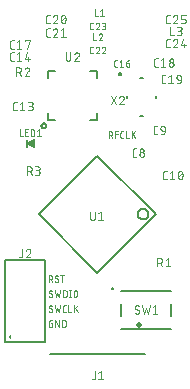
<source format=gto>
From 57941b1b76ffbdb9a5eeb9fef5e3c2365e3a4b84 Mon Sep 17 00:00:00 2001
From: jaseg <git@jaseg.de>
Date: Sat, 5 Feb 2022 12:34:28 +0100
Subject: Arc approx WIP

---
 examples/inputs/rcstick-f-small.GTO | 6614 -----------------------------------
 1 file changed, 6614 deletions(-)
 delete mode 100644 examples/inputs/rcstick-f-small.GTO

(limited to 'examples/inputs/rcstick-f-small.GTO')

diff --git a/examples/inputs/rcstick-f-small.GTO b/examples/inputs/rcstick-f-small.GTO
deleted file mode 100644
index bb4ac18..0000000
--- a/examples/inputs/rcstick-f-small.GTO
+++ /dev/null
@@ -1,6614 +0,0 @@
-G04 EAGLE Gerber RS-274X export*
-G75*
-%MOMM*%
-%FSLAX34Y34*%
-%LPD*%
-%INSilk top*%
-%IPPOS*%
-%AMOC8*
-5,1,8,0,0,1.08239X$1,22.5*%
-G01*
-%ADD10C,0.050800*%
-%ADD11C,0.500000*%
-%ADD12C,0.150000*%
-%ADD13C,0.127000*%
-%ADD14C,0.200000*%
-
-G36*
-X23526Y210831D02*
-X23526Y210831D01*
-X23626Y210834D01*
-X23637Y210839D01*
-X23650Y210840D01*
-X23741Y210881D01*
-X23833Y210919D01*
-X23843Y210927D01*
-X23855Y210933D01*
-X23926Y211003D01*
-X23999Y211070D01*
-X24005Y211082D01*
-X24014Y211091D01*
-X24056Y211181D01*
-X24102Y211270D01*
-X24104Y211284D01*
-X24109Y211294D01*
-X24112Y211341D01*
-X24129Y211455D01*
-X24129Y217805D01*
-X24117Y217871D01*
-X24116Y217928D01*
-X24104Y217956D01*
-X24098Y218002D01*
-X24092Y218013D01*
-X24090Y218026D01*
-X24046Y218099D01*
-X24031Y218136D01*
-X24018Y218151D01*
-X23992Y218199D01*
-X23982Y218208D01*
-X23975Y218219D01*
-X23898Y218282D01*
-X23880Y218302D01*
-X23870Y218307D01*
-X23823Y218348D01*
-X23811Y218352D01*
-X23801Y218360D01*
-X23707Y218392D01*
-X23692Y218398D01*
-X23680Y218404D01*
-X23674Y218405D01*
-X23614Y218428D01*
-X23601Y218428D01*
-X23589Y218432D01*
-X23508Y218430D01*
-X23495Y218432D01*
-X23480Y218432D01*
-X23468Y218430D01*
-X23390Y218430D01*
-X23376Y218426D01*
-X23364Y218426D01*
-X23321Y218408D01*
-X23288Y218397D01*
-X23259Y218392D01*
-X23243Y218383D01*
-X23211Y218372D01*
-X16861Y215197D01*
-X16826Y215171D01*
-X16785Y215152D01*
-X16740Y215108D01*
-X16738Y215107D01*
-X16736Y215104D01*
-X16682Y215063D01*
-X16658Y215026D01*
-X16626Y214994D01*
-X16597Y214933D01*
-X16597Y214932D01*
-X16560Y214875D01*
-X16550Y214831D01*
-X16531Y214791D01*
-X16526Y214723D01*
-X16525Y214720D01*
-X16525Y214719D01*
-X16511Y214656D01*
-X16517Y214611D01*
-X16514Y214567D01*
-X16532Y214505D01*
-X16532Y214496D01*
-X16534Y214490D01*
-X16542Y214433D01*
-X16563Y214394D01*
-X16575Y214351D01*
-X16609Y214305D01*
-X16616Y214288D01*
-X16626Y214277D01*
-X16648Y214236D01*
-X16682Y214206D01*
-X16708Y214170D01*
-X16751Y214140D01*
-X16768Y214122D01*
-X16790Y214110D01*
-X16817Y214087D01*
-X16838Y214079D01*
-X16861Y214063D01*
-X23211Y210888D01*
-X23307Y210860D01*
-X23401Y210828D01*
-X23414Y210828D01*
-X23427Y210824D01*
-X23526Y210831D01*
-G37*
-G36*
-X4138Y49279D02*
-X4138Y49279D01*
-X4141Y49279D01*
-X4204Y49306D01*
-X4266Y49331D01*
-X4268Y49333D01*
-X4270Y49334D01*
-X4309Y49390D01*
-X4349Y49445D01*
-X4349Y49448D01*
-X4350Y49450D01*
-X4363Y49530D01*
-X4363Y52070D01*
-X4363Y52073D01*
-X4363Y52075D01*
-X4360Y52085D01*
-X4361Y52093D01*
-X4347Y52126D01*
-X4343Y52140D01*
-X4324Y52205D01*
-X4322Y52207D01*
-X4321Y52210D01*
-X4306Y52222D01*
-X4306Y52223D01*
-X4305Y52223D01*
-X4270Y52253D01*
-X4219Y52299D01*
-X4216Y52299D01*
-X4214Y52301D01*
-X4147Y52310D01*
-X4079Y52321D01*
-X4077Y52320D01*
-X4074Y52321D01*
-X3997Y52297D01*
-X1457Y51027D01*
-X1438Y51009D01*
-X1414Y50999D01*
-X1387Y50962D01*
-X1353Y50931D01*
-X1347Y50906D01*
-X1331Y50885D01*
-X1329Y50839D01*
-X1317Y50795D01*
-X1324Y50770D01*
-X1323Y50744D01*
-X1345Y50704D01*
-X1359Y50660D01*
-X1378Y50644D01*
-X1381Y50636D01*
-X1383Y50635D01*
-X1391Y50621D01*
-X1457Y50574D01*
-X3997Y49304D01*
-X3999Y49303D01*
-X4001Y49301D01*
-X4069Y49290D01*
-X4135Y49278D01*
-X4138Y49279D01*
-G37*
-D10*
-X37950Y62535D02*
-X38865Y62535D01*
-X38865Y59484D01*
-X37034Y59484D01*
-X36966Y59486D01*
-X36897Y59492D01*
-X36830Y59501D01*
-X36763Y59515D01*
-X36696Y59532D01*
-X36631Y59552D01*
-X36567Y59577D01*
-X36505Y59605D01*
-X36444Y59636D01*
-X36385Y59671D01*
-X36328Y59709D01*
-X36273Y59750D01*
-X36221Y59794D01*
-X36171Y59841D01*
-X36124Y59891D01*
-X36080Y59943D01*
-X36039Y59998D01*
-X36001Y60055D01*
-X35966Y60114D01*
-X35935Y60175D01*
-X35907Y60237D01*
-X35882Y60301D01*
-X35862Y60366D01*
-X35845Y60433D01*
-X35831Y60500D01*
-X35822Y60567D01*
-X35816Y60636D01*
-X35814Y60704D01*
-X35814Y63756D01*
-X35816Y63824D01*
-X35822Y63893D01*
-X35831Y63960D01*
-X35845Y64027D01*
-X35862Y64094D01*
-X35882Y64159D01*
-X35907Y64223D01*
-X35935Y64285D01*
-X35966Y64346D01*
-X36001Y64405D01*
-X36039Y64462D01*
-X36080Y64517D01*
-X36124Y64569D01*
-X36171Y64619D01*
-X36221Y64666D01*
-X36273Y64710D01*
-X36328Y64751D01*
-X36385Y64789D01*
-X36444Y64824D01*
-X36505Y64855D01*
-X36567Y64883D01*
-X36631Y64908D01*
-X36696Y64928D01*
-X36762Y64945D01*
-X36830Y64959D01*
-X36897Y64968D01*
-X36966Y64974D01*
-X37034Y64976D01*
-X38865Y64976D01*
-X41574Y64976D02*
-X41574Y59484D01*
-X44625Y59484D02*
-X41574Y64976D01*
-X44625Y64976D02*
-X44625Y59484D01*
-X47334Y59484D02*
-X47334Y64976D01*
-X48859Y64976D01*
-X48936Y64974D01*
-X49013Y64968D01*
-X49090Y64958D01*
-X49166Y64945D01*
-X49241Y64927D01*
-X49316Y64906D01*
-X49389Y64881D01*
-X49461Y64852D01*
-X49531Y64820D01*
-X49600Y64784D01*
-X49666Y64745D01*
-X49731Y64702D01*
-X49793Y64657D01*
-X49853Y64608D01*
-X49910Y64556D01*
-X49965Y64501D01*
-X50017Y64444D01*
-X50066Y64384D01*
-X50111Y64322D01*
-X50154Y64257D01*
-X50193Y64191D01*
-X50229Y64122D01*
-X50261Y64052D01*
-X50290Y63980D01*
-X50315Y63907D01*
-X50336Y63832D01*
-X50354Y63757D01*
-X50367Y63681D01*
-X50377Y63604D01*
-X50383Y63527D01*
-X50385Y63450D01*
-X50385Y61010D01*
-X50386Y61010D02*
-X50384Y60933D01*
-X50378Y60856D01*
-X50368Y60779D01*
-X50355Y60703D01*
-X50337Y60627D01*
-X50316Y60553D01*
-X50291Y60480D01*
-X50262Y60408D01*
-X50230Y60338D01*
-X50194Y60269D01*
-X50155Y60203D01*
-X50112Y60138D01*
-X50067Y60076D01*
-X50018Y60016D01*
-X49966Y59959D01*
-X49911Y59904D01*
-X49854Y59852D01*
-X49794Y59803D01*
-X49732Y59758D01*
-X49667Y59715D01*
-X49601Y59676D01*
-X49532Y59640D01*
-X49462Y59608D01*
-X49390Y59579D01*
-X49317Y59554D01*
-X49242Y59533D01*
-X49167Y59515D01*
-X49091Y59502D01*
-X49014Y59492D01*
-X48937Y59486D01*
-X48860Y59484D01*
-X48859Y59484D02*
-X47334Y59484D01*
-X35814Y97584D02*
-X35814Y103076D01*
-X37340Y103076D01*
-X37417Y103074D01*
-X37494Y103068D01*
-X37571Y103058D01*
-X37647Y103045D01*
-X37722Y103027D01*
-X37797Y103006D01*
-X37870Y102981D01*
-X37942Y102952D01*
-X38012Y102920D01*
-X38081Y102884D01*
-X38147Y102845D01*
-X38212Y102802D01*
-X38274Y102757D01*
-X38334Y102708D01*
-X38391Y102656D01*
-X38446Y102601D01*
-X38498Y102544D01*
-X38547Y102484D01*
-X38592Y102422D01*
-X38635Y102357D01*
-X38674Y102291D01*
-X38710Y102222D01*
-X38742Y102152D01*
-X38771Y102080D01*
-X38796Y102007D01*
-X38817Y101932D01*
-X38835Y101857D01*
-X38848Y101781D01*
-X38858Y101704D01*
-X38864Y101627D01*
-X38866Y101550D01*
-X38864Y101473D01*
-X38858Y101396D01*
-X38848Y101319D01*
-X38835Y101243D01*
-X38817Y101168D01*
-X38796Y101093D01*
-X38771Y101020D01*
-X38742Y100948D01*
-X38710Y100878D01*
-X38674Y100809D01*
-X38635Y100743D01*
-X38592Y100678D01*
-X38547Y100616D01*
-X38498Y100556D01*
-X38446Y100499D01*
-X38391Y100444D01*
-X38334Y100392D01*
-X38274Y100343D01*
-X38212Y100298D01*
-X38147Y100255D01*
-X38081Y100216D01*
-X38012Y100180D01*
-X37942Y100148D01*
-X37870Y100119D01*
-X37797Y100094D01*
-X37722Y100073D01*
-X37647Y100055D01*
-X37571Y100042D01*
-X37494Y100032D01*
-X37417Y100026D01*
-X37340Y100024D01*
-X37340Y100025D02*
-X35814Y100025D01*
-X37645Y100025D02*
-X38865Y97584D01*
-X42829Y97584D02*
-X42897Y97586D01*
-X42966Y97592D01*
-X43033Y97601D01*
-X43100Y97615D01*
-X43167Y97632D01*
-X43232Y97652D01*
-X43296Y97677D01*
-X43358Y97705D01*
-X43419Y97736D01*
-X43478Y97771D01*
-X43535Y97809D01*
-X43590Y97850D01*
-X43642Y97894D01*
-X43692Y97941D01*
-X43739Y97991D01*
-X43783Y98043D01*
-X43824Y98098D01*
-X43862Y98155D01*
-X43897Y98214D01*
-X43928Y98275D01*
-X43956Y98337D01*
-X43981Y98401D01*
-X44001Y98466D01*
-X44018Y98533D01*
-X44032Y98600D01*
-X44041Y98667D01*
-X44047Y98736D01*
-X44049Y98804D01*
-X42829Y97584D02*
-X42732Y97586D01*
-X42635Y97591D01*
-X42539Y97600D01*
-X42443Y97613D01*
-X42347Y97629D01*
-X42252Y97649D01*
-X42158Y97673D01*
-X42065Y97700D01*
-X41973Y97730D01*
-X41882Y97764D01*
-X41793Y97801D01*
-X41705Y97842D01*
-X41619Y97886D01*
-X41534Y97933D01*
-X41451Y97983D01*
-X41370Y98037D01*
-X41291Y98093D01*
-X41214Y98152D01*
-X41140Y98214D01*
-X41068Y98279D01*
-X40999Y98347D01*
-X41151Y101856D02*
-X41153Y101924D01*
-X41159Y101993D01*
-X41168Y102060D01*
-X41182Y102127D01*
-X41199Y102194D01*
-X41219Y102259D01*
-X41244Y102323D01*
-X41272Y102385D01*
-X41303Y102446D01*
-X41338Y102505D01*
-X41376Y102562D01*
-X41417Y102617D01*
-X41461Y102669D01*
-X41508Y102719D01*
-X41558Y102766D01*
-X41610Y102810D01*
-X41665Y102851D01*
-X41722Y102889D01*
-X41781Y102924D01*
-X41842Y102955D01*
-X41904Y102983D01*
-X41968Y103008D01*
-X42033Y103028D01*
-X42100Y103045D01*
-X42167Y103059D01*
-X42234Y103068D01*
-X42303Y103074D01*
-X42371Y103076D01*
-X42463Y103074D01*
-X42555Y103069D01*
-X42646Y103059D01*
-X42738Y103046D01*
-X42828Y103030D01*
-X42918Y103010D01*
-X43007Y102986D01*
-X43095Y102959D01*
-X43181Y102928D01*
-X43267Y102893D01*
-X43351Y102856D01*
-X43433Y102815D01*
-X43514Y102770D01*
-X43592Y102723D01*
-X43669Y102672D01*
-X43744Y102618D01*
-X41761Y100789D02*
-X41704Y100824D01*
-X41648Y100864D01*
-X41595Y100906D01*
-X41544Y100950D01*
-X41496Y100998D01*
-X41451Y101048D01*
-X41408Y101100D01*
-X41368Y101155D01*
-X41331Y101212D01*
-X41298Y101271D01*
-X41268Y101331D01*
-X41241Y101394D01*
-X41217Y101457D01*
-X41197Y101522D01*
-X41180Y101587D01*
-X41168Y101654D01*
-X41158Y101721D01*
-X41153Y101788D01*
-X41151Y101856D01*
-X43440Y99872D02*
-X43497Y99836D01*
-X43552Y99797D01*
-X43605Y99755D01*
-X43656Y99710D01*
-X43704Y99663D01*
-X43750Y99613D01*
-X43793Y99560D01*
-X43833Y99505D01*
-X43869Y99448D01*
-X43903Y99390D01*
-X43933Y99329D01*
-X43960Y99267D01*
-X43984Y99203D01*
-X44004Y99139D01*
-X44020Y99073D01*
-X44033Y99006D01*
-X44043Y98939D01*
-X44048Y98872D01*
-X44050Y98804D01*
-X43439Y99872D02*
-X41761Y100788D01*
-X47384Y103076D02*
-X47384Y97584D01*
-X48909Y103076D02*
-X45858Y103076D01*
-X38865Y86104D02*
-X38863Y86036D01*
-X38857Y85967D01*
-X38848Y85900D01*
-X38834Y85833D01*
-X38817Y85766D01*
-X38797Y85701D01*
-X38772Y85637D01*
-X38744Y85575D01*
-X38713Y85514D01*
-X38678Y85455D01*
-X38640Y85398D01*
-X38599Y85343D01*
-X38555Y85291D01*
-X38508Y85241D01*
-X38458Y85194D01*
-X38406Y85150D01*
-X38351Y85109D01*
-X38294Y85071D01*
-X38235Y85036D01*
-X38174Y85005D01*
-X38112Y84977D01*
-X38048Y84952D01*
-X37983Y84932D01*
-X37916Y84915D01*
-X37849Y84901D01*
-X37782Y84892D01*
-X37713Y84886D01*
-X37645Y84884D01*
-X37548Y84886D01*
-X37451Y84891D01*
-X37355Y84900D01*
-X37259Y84913D01*
-X37163Y84929D01*
-X37068Y84949D01*
-X36974Y84973D01*
-X36881Y85000D01*
-X36789Y85030D01*
-X36698Y85064D01*
-X36609Y85101D01*
-X36521Y85142D01*
-X36435Y85186D01*
-X36350Y85233D01*
-X36267Y85283D01*
-X36186Y85337D01*
-X36107Y85393D01*
-X36030Y85452D01*
-X35956Y85514D01*
-X35884Y85579D01*
-X35815Y85647D01*
-X35967Y89156D02*
-X35969Y89224D01*
-X35975Y89293D01*
-X35984Y89360D01*
-X35998Y89427D01*
-X36015Y89494D01*
-X36035Y89559D01*
-X36060Y89623D01*
-X36088Y89685D01*
-X36119Y89746D01*
-X36154Y89805D01*
-X36192Y89862D01*
-X36233Y89917D01*
-X36277Y89969D01*
-X36324Y90019D01*
-X36374Y90066D01*
-X36426Y90110D01*
-X36481Y90151D01*
-X36538Y90189D01*
-X36597Y90224D01*
-X36658Y90255D01*
-X36720Y90283D01*
-X36784Y90308D01*
-X36849Y90328D01*
-X36916Y90345D01*
-X36983Y90359D01*
-X37050Y90368D01*
-X37119Y90374D01*
-X37187Y90376D01*
-X37279Y90374D01*
-X37371Y90369D01*
-X37462Y90359D01*
-X37554Y90346D01*
-X37644Y90330D01*
-X37734Y90310D01*
-X37823Y90286D01*
-X37911Y90259D01*
-X37997Y90228D01*
-X38083Y90193D01*
-X38167Y90156D01*
-X38249Y90115D01*
-X38330Y90070D01*
-X38408Y90023D01*
-X38485Y89972D01*
-X38560Y89918D01*
-X36577Y88089D02*
-X36520Y88124D01*
-X36464Y88164D01*
-X36411Y88206D01*
-X36360Y88250D01*
-X36312Y88298D01*
-X36267Y88348D01*
-X36224Y88400D01*
-X36184Y88455D01*
-X36147Y88512D01*
-X36114Y88571D01*
-X36084Y88631D01*
-X36057Y88694D01*
-X36033Y88757D01*
-X36013Y88822D01*
-X35996Y88887D01*
-X35984Y88954D01*
-X35974Y89021D01*
-X35969Y89088D01*
-X35967Y89156D01*
-X38256Y87172D02*
-X38313Y87136D01*
-X38368Y87097D01*
-X38421Y87055D01*
-X38472Y87010D01*
-X38520Y86963D01*
-X38566Y86913D01*
-X38609Y86860D01*
-X38649Y86805D01*
-X38685Y86748D01*
-X38719Y86690D01*
-X38749Y86629D01*
-X38776Y86567D01*
-X38800Y86503D01*
-X38820Y86439D01*
-X38836Y86373D01*
-X38849Y86306D01*
-X38859Y86239D01*
-X38864Y86172D01*
-X38866Y86104D01*
-X38255Y87172D02*
-X36577Y88088D01*
-X40839Y90376D02*
-X42059Y84884D01*
-X43280Y88545D01*
-X44500Y84884D01*
-X45720Y90376D01*
-X48054Y90376D02*
-X48054Y84884D01*
-X48054Y90376D02*
-X49580Y90376D01*
-X49657Y90374D01*
-X49734Y90368D01*
-X49811Y90358D01*
-X49887Y90345D01*
-X49962Y90327D01*
-X50037Y90306D01*
-X50110Y90281D01*
-X50182Y90252D01*
-X50252Y90220D01*
-X50321Y90184D01*
-X50387Y90145D01*
-X50452Y90102D01*
-X50514Y90057D01*
-X50574Y90008D01*
-X50631Y89956D01*
-X50686Y89901D01*
-X50738Y89844D01*
-X50787Y89784D01*
-X50832Y89722D01*
-X50875Y89657D01*
-X50914Y89591D01*
-X50950Y89522D01*
-X50982Y89452D01*
-X51011Y89380D01*
-X51036Y89307D01*
-X51057Y89232D01*
-X51075Y89157D01*
-X51088Y89081D01*
-X51098Y89004D01*
-X51104Y88927D01*
-X51106Y88850D01*
-X51105Y88850D02*
-X51105Y86410D01*
-X51106Y86410D02*
-X51104Y86333D01*
-X51098Y86256D01*
-X51088Y86179D01*
-X51075Y86103D01*
-X51057Y86027D01*
-X51036Y85953D01*
-X51011Y85880D01*
-X50982Y85808D01*
-X50950Y85738D01*
-X50914Y85669D01*
-X50875Y85603D01*
-X50832Y85538D01*
-X50787Y85476D01*
-X50738Y85416D01*
-X50686Y85359D01*
-X50631Y85304D01*
-X50574Y85252D01*
-X50514Y85203D01*
-X50452Y85158D01*
-X50387Y85115D01*
-X50321Y85076D01*
-X50252Y85040D01*
-X50182Y85008D01*
-X50110Y84979D01*
-X50037Y84954D01*
-X49962Y84933D01*
-X49887Y84915D01*
-X49811Y84902D01*
-X49734Y84892D01*
-X49657Y84886D01*
-X49580Y84884D01*
-X48054Y84884D01*
-X54080Y84884D02*
-X54080Y90376D01*
-X53469Y84884D02*
-X54690Y84884D01*
-X54690Y90376D02*
-X53469Y90376D01*
-X56874Y88850D02*
-X56874Y86410D01*
-X56873Y88850D02*
-X56875Y88927D01*
-X56881Y89004D01*
-X56891Y89081D01*
-X56904Y89157D01*
-X56922Y89232D01*
-X56943Y89307D01*
-X56968Y89380D01*
-X56997Y89452D01*
-X57029Y89522D01*
-X57065Y89591D01*
-X57104Y89657D01*
-X57147Y89722D01*
-X57192Y89784D01*
-X57241Y89844D01*
-X57293Y89901D01*
-X57348Y89956D01*
-X57405Y90008D01*
-X57465Y90057D01*
-X57527Y90102D01*
-X57592Y90145D01*
-X57658Y90184D01*
-X57727Y90220D01*
-X57797Y90252D01*
-X57869Y90281D01*
-X57942Y90306D01*
-X58017Y90327D01*
-X58092Y90345D01*
-X58168Y90358D01*
-X58245Y90368D01*
-X58322Y90374D01*
-X58399Y90376D01*
-X58476Y90374D01*
-X58553Y90368D01*
-X58630Y90358D01*
-X58706Y90345D01*
-X58781Y90327D01*
-X58856Y90306D01*
-X58929Y90281D01*
-X59001Y90252D01*
-X59071Y90220D01*
-X59140Y90184D01*
-X59206Y90145D01*
-X59271Y90102D01*
-X59333Y90057D01*
-X59393Y90008D01*
-X59450Y89956D01*
-X59505Y89901D01*
-X59557Y89844D01*
-X59606Y89784D01*
-X59651Y89722D01*
-X59694Y89657D01*
-X59733Y89591D01*
-X59769Y89522D01*
-X59801Y89452D01*
-X59830Y89380D01*
-X59855Y89307D01*
-X59876Y89232D01*
-X59894Y89157D01*
-X59907Y89081D01*
-X59917Y89004D01*
-X59923Y88927D01*
-X59925Y88850D01*
-X59925Y86410D01*
-X59923Y86333D01*
-X59917Y86256D01*
-X59907Y86179D01*
-X59894Y86103D01*
-X59876Y86028D01*
-X59855Y85953D01*
-X59830Y85880D01*
-X59801Y85808D01*
-X59769Y85738D01*
-X59733Y85669D01*
-X59694Y85603D01*
-X59651Y85538D01*
-X59606Y85476D01*
-X59557Y85416D01*
-X59505Y85359D01*
-X59450Y85304D01*
-X59393Y85252D01*
-X59333Y85203D01*
-X59271Y85158D01*
-X59206Y85115D01*
-X59140Y85076D01*
-X59071Y85040D01*
-X59001Y85008D01*
-X58929Y84979D01*
-X58856Y84954D01*
-X58781Y84933D01*
-X58706Y84915D01*
-X58630Y84902D01*
-X58553Y84892D01*
-X58476Y84886D01*
-X58399Y84884D01*
-X58322Y84886D01*
-X58245Y84892D01*
-X58168Y84902D01*
-X58092Y84915D01*
-X58017Y84933D01*
-X57942Y84954D01*
-X57869Y84979D01*
-X57797Y85008D01*
-X57727Y85040D01*
-X57658Y85076D01*
-X57592Y85115D01*
-X57527Y85158D01*
-X57465Y85203D01*
-X57405Y85252D01*
-X57348Y85304D01*
-X57293Y85359D01*
-X57241Y85416D01*
-X57192Y85476D01*
-X57147Y85538D01*
-X57104Y85603D01*
-X57065Y85669D01*
-X57029Y85738D01*
-X56997Y85808D01*
-X56968Y85880D01*
-X56943Y85953D01*
-X56922Y86028D01*
-X56904Y86103D01*
-X56891Y86179D01*
-X56881Y86256D01*
-X56875Y86333D01*
-X56873Y86410D01*
-X38865Y73404D02*
-X38863Y73336D01*
-X38857Y73267D01*
-X38848Y73200D01*
-X38834Y73133D01*
-X38817Y73066D01*
-X38797Y73001D01*
-X38772Y72937D01*
-X38744Y72875D01*
-X38713Y72814D01*
-X38678Y72755D01*
-X38640Y72698D01*
-X38599Y72643D01*
-X38555Y72591D01*
-X38508Y72541D01*
-X38458Y72494D01*
-X38406Y72450D01*
-X38351Y72409D01*
-X38294Y72371D01*
-X38235Y72336D01*
-X38174Y72305D01*
-X38112Y72277D01*
-X38048Y72252D01*
-X37983Y72232D01*
-X37916Y72215D01*
-X37849Y72201D01*
-X37782Y72192D01*
-X37713Y72186D01*
-X37645Y72184D01*
-X37548Y72186D01*
-X37451Y72191D01*
-X37355Y72200D01*
-X37259Y72213D01*
-X37163Y72229D01*
-X37068Y72249D01*
-X36974Y72273D01*
-X36881Y72300D01*
-X36789Y72330D01*
-X36698Y72364D01*
-X36609Y72401D01*
-X36521Y72442D01*
-X36435Y72486D01*
-X36350Y72533D01*
-X36267Y72583D01*
-X36186Y72637D01*
-X36107Y72693D01*
-X36030Y72752D01*
-X35956Y72814D01*
-X35884Y72879D01*
-X35815Y72947D01*
-X35967Y76456D02*
-X35969Y76524D01*
-X35975Y76593D01*
-X35984Y76660D01*
-X35998Y76727D01*
-X36015Y76794D01*
-X36035Y76859D01*
-X36060Y76923D01*
-X36088Y76985D01*
-X36119Y77046D01*
-X36154Y77105D01*
-X36192Y77162D01*
-X36233Y77217D01*
-X36277Y77269D01*
-X36324Y77319D01*
-X36374Y77366D01*
-X36426Y77410D01*
-X36481Y77451D01*
-X36538Y77489D01*
-X36597Y77524D01*
-X36658Y77555D01*
-X36720Y77583D01*
-X36784Y77608D01*
-X36849Y77628D01*
-X36916Y77645D01*
-X36983Y77659D01*
-X37050Y77668D01*
-X37119Y77674D01*
-X37187Y77676D01*
-X37279Y77674D01*
-X37371Y77669D01*
-X37462Y77659D01*
-X37554Y77646D01*
-X37644Y77630D01*
-X37734Y77610D01*
-X37823Y77586D01*
-X37911Y77559D01*
-X37997Y77528D01*
-X38083Y77493D01*
-X38167Y77456D01*
-X38249Y77415D01*
-X38330Y77370D01*
-X38408Y77323D01*
-X38485Y77272D01*
-X38560Y77218D01*
-X36577Y75389D02*
-X36520Y75424D01*
-X36464Y75464D01*
-X36411Y75506D01*
-X36360Y75550D01*
-X36312Y75598D01*
-X36267Y75648D01*
-X36224Y75700D01*
-X36184Y75755D01*
-X36147Y75812D01*
-X36114Y75871D01*
-X36084Y75931D01*
-X36057Y75994D01*
-X36033Y76057D01*
-X36013Y76122D01*
-X35996Y76187D01*
-X35984Y76254D01*
-X35974Y76321D01*
-X35969Y76388D01*
-X35967Y76456D01*
-X38256Y74472D02*
-X38313Y74436D01*
-X38368Y74397D01*
-X38421Y74355D01*
-X38472Y74310D01*
-X38520Y74263D01*
-X38566Y74213D01*
-X38609Y74160D01*
-X38649Y74105D01*
-X38685Y74048D01*
-X38719Y73990D01*
-X38749Y73929D01*
-X38776Y73867D01*
-X38800Y73803D01*
-X38820Y73739D01*
-X38836Y73673D01*
-X38849Y73606D01*
-X38859Y73539D01*
-X38864Y73472D01*
-X38866Y73404D01*
-X38255Y74472D02*
-X36577Y75388D01*
-X40839Y77676D02*
-X42059Y72184D01*
-X43280Y75845D01*
-X44500Y72184D01*
-X45720Y77676D01*
-X49078Y72184D02*
-X50299Y72184D01*
-X49078Y72184D02*
-X49010Y72186D01*
-X48941Y72192D01*
-X48874Y72201D01*
-X48807Y72215D01*
-X48740Y72232D01*
-X48675Y72252D01*
-X48611Y72277D01*
-X48549Y72305D01*
-X48488Y72336D01*
-X48429Y72371D01*
-X48372Y72409D01*
-X48317Y72450D01*
-X48265Y72494D01*
-X48215Y72541D01*
-X48168Y72591D01*
-X48124Y72643D01*
-X48083Y72698D01*
-X48045Y72755D01*
-X48010Y72814D01*
-X47979Y72875D01*
-X47951Y72937D01*
-X47926Y73001D01*
-X47906Y73066D01*
-X47889Y73133D01*
-X47875Y73200D01*
-X47866Y73267D01*
-X47860Y73336D01*
-X47858Y73404D01*
-X47858Y76456D01*
-X47860Y76524D01*
-X47866Y76593D01*
-X47875Y76660D01*
-X47889Y76727D01*
-X47906Y76794D01*
-X47926Y76859D01*
-X47951Y76923D01*
-X47979Y76985D01*
-X48010Y77046D01*
-X48045Y77105D01*
-X48083Y77162D01*
-X48124Y77217D01*
-X48168Y77269D01*
-X48215Y77319D01*
-X48265Y77366D01*
-X48317Y77410D01*
-X48372Y77451D01*
-X48429Y77489D01*
-X48488Y77524D01*
-X48549Y77555D01*
-X48611Y77583D01*
-X48675Y77608D01*
-X48740Y77628D01*
-X48806Y77645D01*
-X48874Y77659D01*
-X48941Y77668D01*
-X49010Y77674D01*
-X49078Y77676D01*
-X50299Y77676D01*
-X52565Y77676D02*
-X52565Y72184D01*
-X55006Y72184D01*
-X57316Y72184D02*
-X57316Y77676D01*
-X60367Y77676D02*
-X57316Y74320D01*
-X58537Y75540D02*
-X60367Y72184D01*
-X86614Y219504D02*
-X86614Y224996D01*
-X88140Y224996D01*
-X88217Y224994D01*
-X88294Y224988D01*
-X88371Y224978D01*
-X88447Y224965D01*
-X88522Y224947D01*
-X88597Y224926D01*
-X88670Y224901D01*
-X88742Y224872D01*
-X88812Y224840D01*
-X88881Y224804D01*
-X88947Y224765D01*
-X89012Y224722D01*
-X89074Y224677D01*
-X89134Y224628D01*
-X89191Y224576D01*
-X89246Y224521D01*
-X89298Y224464D01*
-X89347Y224404D01*
-X89392Y224342D01*
-X89435Y224277D01*
-X89474Y224211D01*
-X89510Y224142D01*
-X89542Y224072D01*
-X89571Y224000D01*
-X89596Y223927D01*
-X89617Y223852D01*
-X89635Y223777D01*
-X89648Y223701D01*
-X89658Y223624D01*
-X89664Y223547D01*
-X89666Y223470D01*
-X89664Y223393D01*
-X89658Y223316D01*
-X89648Y223239D01*
-X89635Y223163D01*
-X89617Y223088D01*
-X89596Y223013D01*
-X89571Y222940D01*
-X89542Y222868D01*
-X89510Y222798D01*
-X89474Y222729D01*
-X89435Y222663D01*
-X89392Y222598D01*
-X89347Y222536D01*
-X89298Y222476D01*
-X89246Y222419D01*
-X89191Y222364D01*
-X89134Y222312D01*
-X89074Y222263D01*
-X89012Y222218D01*
-X88947Y222175D01*
-X88881Y222136D01*
-X88812Y222100D01*
-X88742Y222068D01*
-X88670Y222039D01*
-X88597Y222014D01*
-X88522Y221993D01*
-X88447Y221975D01*
-X88371Y221962D01*
-X88294Y221952D01*
-X88217Y221946D01*
-X88140Y221944D01*
-X88140Y221945D02*
-X86614Y221945D01*
-X88445Y221945D02*
-X89665Y219504D01*
-X92169Y219504D02*
-X92169Y224996D01*
-X94610Y224996D01*
-X94610Y222555D02*
-X92169Y222555D01*
-X97862Y219504D02*
-X99083Y219504D01*
-X97862Y219504D02*
-X97794Y219506D01*
-X97725Y219512D01*
-X97658Y219521D01*
-X97591Y219535D01*
-X97524Y219552D01*
-X97459Y219572D01*
-X97395Y219597D01*
-X97333Y219625D01*
-X97272Y219656D01*
-X97213Y219691D01*
-X97156Y219729D01*
-X97101Y219770D01*
-X97049Y219814D01*
-X96999Y219861D01*
-X96952Y219911D01*
-X96908Y219963D01*
-X96867Y220018D01*
-X96829Y220075D01*
-X96794Y220134D01*
-X96763Y220195D01*
-X96735Y220257D01*
-X96710Y220321D01*
-X96690Y220386D01*
-X96673Y220453D01*
-X96659Y220520D01*
-X96650Y220587D01*
-X96644Y220656D01*
-X96642Y220724D01*
-X96642Y223776D01*
-X96644Y223844D01*
-X96650Y223913D01*
-X96659Y223980D01*
-X96673Y224047D01*
-X96690Y224114D01*
-X96710Y224179D01*
-X96735Y224243D01*
-X96763Y224305D01*
-X96794Y224366D01*
-X96829Y224425D01*
-X96867Y224482D01*
-X96908Y224537D01*
-X96952Y224589D01*
-X96999Y224639D01*
-X97049Y224686D01*
-X97101Y224730D01*
-X97156Y224771D01*
-X97213Y224809D01*
-X97272Y224844D01*
-X97333Y224875D01*
-X97395Y224903D01*
-X97459Y224928D01*
-X97524Y224948D01*
-X97590Y224965D01*
-X97658Y224979D01*
-X97725Y224988D01*
-X97794Y224994D01*
-X97862Y224996D01*
-X99083Y224996D01*
-X101349Y224996D02*
-X101349Y219504D01*
-X103790Y219504D01*
-X106100Y219504D02*
-X106100Y224996D01*
-X109152Y224996D02*
-X106100Y221640D01*
-X107321Y222860D02*
-X109152Y219504D01*
-X11330Y221234D02*
-X11330Y226726D01*
-X11330Y221234D02*
-X13771Y221234D01*
-X16010Y221234D02*
-X18451Y221234D01*
-X16010Y221234D02*
-X16010Y226726D01*
-X18451Y226726D01*
-X17841Y224285D02*
-X16010Y224285D01*
-X20679Y226726D02*
-X20679Y221234D01*
-X20679Y226726D02*
-X22205Y226726D01*
-X22282Y226724D01*
-X22359Y226718D01*
-X22436Y226708D01*
-X22512Y226695D01*
-X22587Y226677D01*
-X22662Y226656D01*
-X22735Y226631D01*
-X22807Y226602D01*
-X22877Y226570D01*
-X22946Y226534D01*
-X23012Y226495D01*
-X23077Y226452D01*
-X23139Y226407D01*
-X23199Y226358D01*
-X23256Y226306D01*
-X23311Y226251D01*
-X23363Y226194D01*
-X23412Y226134D01*
-X23457Y226072D01*
-X23500Y226007D01*
-X23539Y225941D01*
-X23575Y225872D01*
-X23607Y225802D01*
-X23636Y225730D01*
-X23661Y225657D01*
-X23682Y225582D01*
-X23700Y225507D01*
-X23713Y225431D01*
-X23723Y225354D01*
-X23729Y225277D01*
-X23731Y225200D01*
-X23730Y225200D02*
-X23730Y222760D01*
-X23731Y222760D02*
-X23729Y222683D01*
-X23723Y222606D01*
-X23713Y222529D01*
-X23700Y222453D01*
-X23682Y222377D01*
-X23661Y222303D01*
-X23636Y222230D01*
-X23607Y222158D01*
-X23575Y222088D01*
-X23539Y222019D01*
-X23500Y221953D01*
-X23457Y221888D01*
-X23412Y221826D01*
-X23363Y221766D01*
-X23311Y221709D01*
-X23256Y221654D01*
-X23199Y221602D01*
-X23139Y221553D01*
-X23077Y221508D01*
-X23012Y221465D01*
-X22946Y221426D01*
-X22877Y221390D01*
-X22807Y221358D01*
-X22735Y221329D01*
-X22662Y221304D01*
-X22587Y221283D01*
-X22512Y221265D01*
-X22436Y221252D01*
-X22359Y221242D01*
-X22282Y221236D01*
-X22205Y221234D01*
-X20679Y221234D01*
-X26259Y225506D02*
-X27784Y226726D01*
-X27784Y221234D01*
-X26259Y221234D02*
-X29310Y221234D01*
-X134279Y184404D02*
-X135860Y184404D01*
-X134279Y184404D02*
-X134201Y184406D01*
-X134124Y184412D01*
-X134047Y184421D01*
-X133971Y184434D01*
-X133895Y184451D01*
-X133820Y184472D01*
-X133747Y184496D01*
-X133674Y184524D01*
-X133603Y184556D01*
-X133534Y184591D01*
-X133467Y184629D01*
-X133401Y184670D01*
-X133338Y184715D01*
-X133277Y184763D01*
-X133218Y184813D01*
-X133162Y184867D01*
-X133108Y184923D01*
-X133058Y184982D01*
-X133010Y185043D01*
-X132965Y185106D01*
-X132924Y185172D01*
-X132886Y185239D01*
-X132851Y185308D01*
-X132819Y185379D01*
-X132791Y185452D01*
-X132767Y185525D01*
-X132746Y185600D01*
-X132729Y185676D01*
-X132716Y185752D01*
-X132707Y185829D01*
-X132701Y185906D01*
-X132699Y185984D01*
-X132699Y189936D01*
-X132701Y190014D01*
-X132707Y190091D01*
-X132716Y190168D01*
-X132729Y190244D01*
-X132746Y190320D01*
-X132767Y190395D01*
-X132791Y190468D01*
-X132819Y190541D01*
-X132851Y190612D01*
-X132886Y190681D01*
-X132924Y190748D01*
-X132965Y190814D01*
-X133010Y190877D01*
-X133058Y190938D01*
-X133108Y190997D01*
-X133162Y191053D01*
-X133218Y191107D01*
-X133277Y191157D01*
-X133338Y191205D01*
-X133401Y191250D01*
-X133467Y191291D01*
-X133534Y191329D01*
-X133603Y191364D01*
-X133674Y191396D01*
-X133747Y191424D01*
-X133820Y191448D01*
-X133895Y191469D01*
-X133971Y191486D01*
-X134047Y191499D01*
-X134124Y191508D01*
-X134201Y191514D01*
-X134279Y191516D01*
-X135860Y191516D01*
-X138432Y189936D02*
-X140408Y191516D01*
-X140408Y184404D01*
-X142383Y184404D02*
-X138432Y184404D01*
-X145290Y187960D02*
-X145292Y188108D01*
-X145297Y188255D01*
-X145307Y188403D01*
-X145320Y188550D01*
-X145336Y188697D01*
-X145357Y188843D01*
-X145381Y188989D01*
-X145409Y189134D01*
-X145440Y189278D01*
-X145475Y189421D01*
-X145514Y189564D01*
-X145556Y189705D01*
-X145602Y189846D01*
-X145651Y189985D01*
-X145704Y190123D01*
-X145760Y190260D01*
-X145820Y190395D01*
-X145883Y190528D01*
-X145909Y190599D01*
-X145939Y190668D01*
-X145973Y190736D01*
-X146010Y190802D01*
-X146050Y190866D01*
-X146094Y190928D01*
-X146140Y190987D01*
-X146190Y191044D01*
-X146243Y191098D01*
-X146298Y191150D01*
-X146356Y191198D01*
-X146416Y191244D01*
-X146479Y191286D01*
-X146544Y191325D01*
-X146610Y191361D01*
-X146679Y191393D01*
-X146748Y191421D01*
-X146820Y191446D01*
-X146892Y191467D01*
-X146966Y191485D01*
-X147040Y191498D01*
-X147115Y191508D01*
-X147190Y191514D01*
-X147266Y191516D01*
-X147342Y191514D01*
-X147417Y191508D01*
-X147492Y191498D01*
-X147566Y191485D01*
-X147640Y191467D01*
-X147712Y191446D01*
-X147783Y191421D01*
-X147853Y191393D01*
-X147922Y191361D01*
-X147988Y191325D01*
-X148053Y191286D01*
-X148116Y191244D01*
-X148176Y191198D01*
-X148234Y191150D01*
-X148289Y191098D01*
-X148342Y191044D01*
-X148392Y190987D01*
-X148438Y190928D01*
-X148482Y190866D01*
-X148522Y190802D01*
-X148559Y190736D01*
-X148593Y190668D01*
-X148623Y190599D01*
-X148649Y190528D01*
-X148648Y190528D02*
-X148711Y190395D01*
-X148771Y190260D01*
-X148827Y190123D01*
-X148880Y189985D01*
-X148929Y189846D01*
-X148975Y189705D01*
-X149017Y189564D01*
-X149056Y189421D01*
-X149091Y189278D01*
-X149122Y189134D01*
-X149150Y188989D01*
-X149174Y188843D01*
-X149195Y188697D01*
-X149211Y188550D01*
-X149224Y188403D01*
-X149234Y188255D01*
-X149239Y188108D01*
-X149241Y187960D01*
-X145290Y187960D02*
-X145292Y187812D01*
-X145297Y187665D01*
-X145307Y187517D01*
-X145320Y187370D01*
-X145336Y187223D01*
-X145357Y187077D01*
-X145381Y186932D01*
-X145409Y186786D01*
-X145440Y186642D01*
-X145475Y186499D01*
-X145514Y186356D01*
-X145556Y186215D01*
-X145602Y186074D01*
-X145651Y185935D01*
-X145704Y185797D01*
-X145760Y185660D01*
-X145820Y185525D01*
-X145883Y185392D01*
-X145909Y185321D01*
-X145939Y185252D01*
-X145973Y185184D01*
-X146010Y185118D01*
-X146050Y185054D01*
-X146094Y184992D01*
-X146140Y184933D01*
-X146190Y184876D01*
-X146243Y184822D01*
-X146298Y184770D01*
-X146356Y184722D01*
-X146416Y184676D01*
-X146479Y184634D01*
-X146544Y184595D01*
-X146610Y184559D01*
-X146679Y184527D01*
-X146749Y184499D01*
-X146820Y184474D01*
-X146892Y184453D01*
-X146966Y184435D01*
-X147040Y184422D01*
-X147115Y184412D01*
-X147190Y184406D01*
-X147266Y184404D01*
-X148648Y185392D02*
-X148711Y185525D01*
-X148771Y185660D01*
-X148827Y185797D01*
-X148880Y185935D01*
-X148929Y186074D01*
-X148975Y186215D01*
-X149017Y186356D01*
-X149056Y186499D01*
-X149091Y186642D01*
-X149122Y186786D01*
-X149150Y186932D01*
-X149174Y187077D01*
-X149195Y187223D01*
-X149211Y187370D01*
-X149224Y187517D01*
-X149234Y187665D01*
-X149239Y187812D01*
-X149241Y187960D01*
-X148649Y185392D02*
-X148623Y185321D01*
-X148593Y185252D01*
-X148559Y185184D01*
-X148522Y185118D01*
-X148482Y185054D01*
-X148438Y184992D01*
-X148392Y184933D01*
-X148342Y184876D01*
-X148289Y184822D01*
-X148234Y184770D01*
-X148176Y184722D01*
-X148116Y184676D01*
-X148053Y184634D01*
-X147988Y184595D01*
-X147922Y184559D01*
-X147853Y184527D01*
-X147783Y184499D01*
-X147712Y184474D01*
-X147640Y184453D01*
-X147566Y184435D01*
-X147492Y184422D01*
-X147417Y184412D01*
-X147342Y184406D01*
-X147266Y184404D01*
-X145685Y185984D02*
-X148846Y189936D01*
-X8860Y242824D02*
-X7279Y242824D01*
-X7201Y242826D01*
-X7124Y242832D01*
-X7047Y242841D01*
-X6971Y242854D01*
-X6895Y242871D01*
-X6820Y242892D01*
-X6747Y242916D01*
-X6674Y242944D01*
-X6603Y242976D01*
-X6534Y243011D01*
-X6467Y243049D01*
-X6401Y243090D01*
-X6338Y243135D01*
-X6277Y243183D01*
-X6218Y243233D01*
-X6162Y243287D01*
-X6108Y243343D01*
-X6058Y243402D01*
-X6010Y243463D01*
-X5965Y243526D01*
-X5924Y243592D01*
-X5886Y243659D01*
-X5851Y243728D01*
-X5819Y243799D01*
-X5791Y243872D01*
-X5767Y243945D01*
-X5746Y244020D01*
-X5729Y244096D01*
-X5716Y244172D01*
-X5707Y244249D01*
-X5701Y244326D01*
-X5699Y244404D01*
-X5699Y248356D01*
-X5701Y248434D01*
-X5707Y248511D01*
-X5716Y248588D01*
-X5729Y248664D01*
-X5746Y248740D01*
-X5767Y248815D01*
-X5791Y248888D01*
-X5819Y248961D01*
-X5851Y249032D01*
-X5886Y249101D01*
-X5924Y249168D01*
-X5965Y249234D01*
-X6010Y249297D01*
-X6058Y249358D01*
-X6108Y249417D01*
-X6162Y249473D01*
-X6218Y249527D01*
-X6277Y249577D01*
-X6338Y249625D01*
-X6401Y249670D01*
-X6467Y249711D01*
-X6534Y249749D01*
-X6603Y249784D01*
-X6674Y249816D01*
-X6747Y249844D01*
-X6820Y249868D01*
-X6895Y249889D01*
-X6971Y249906D01*
-X7047Y249919D01*
-X7124Y249928D01*
-X7201Y249934D01*
-X7279Y249936D01*
-X8860Y249936D01*
-X11432Y248356D02*
-X13408Y249936D01*
-X13408Y242824D01*
-X15383Y242824D02*
-X11432Y242824D01*
-X18290Y242824D02*
-X20266Y242824D01*
-X20353Y242826D01*
-X20441Y242832D01*
-X20528Y242841D01*
-X20614Y242855D01*
-X20700Y242872D01*
-X20784Y242893D01*
-X20868Y242918D01*
-X20951Y242947D01*
-X21032Y242979D01*
-X21112Y243014D01*
-X21190Y243053D01*
-X21267Y243096D01*
-X21341Y243142D01*
-X21413Y243191D01*
-X21483Y243243D01*
-X21551Y243299D01*
-X21616Y243357D01*
-X21679Y243418D01*
-X21738Y243482D01*
-X21795Y243549D01*
-X21849Y243617D01*
-X21900Y243689D01*
-X21947Y243762D01*
-X21992Y243837D01*
-X22033Y243915D01*
-X22070Y243994D01*
-X22104Y244074D01*
-X22134Y244156D01*
-X22161Y244239D01*
-X22184Y244324D01*
-X22203Y244409D01*
-X22218Y244495D01*
-X22230Y244582D01*
-X22238Y244669D01*
-X22242Y244756D01*
-X22242Y244844D01*
-X22238Y244931D01*
-X22230Y245018D01*
-X22218Y245105D01*
-X22203Y245191D01*
-X22184Y245276D01*
-X22161Y245361D01*
-X22134Y245444D01*
-X22104Y245526D01*
-X22070Y245606D01*
-X22033Y245685D01*
-X21992Y245763D01*
-X21947Y245838D01*
-X21900Y245911D01*
-X21849Y245983D01*
-X21795Y246051D01*
-X21738Y246118D01*
-X21679Y246182D01*
-X21616Y246243D01*
-X21551Y246301D01*
-X21483Y246357D01*
-X21413Y246409D01*
-X21341Y246458D01*
-X21267Y246504D01*
-X21190Y246547D01*
-X21112Y246586D01*
-X21032Y246621D01*
-X20951Y246653D01*
-X20868Y246682D01*
-X20784Y246707D01*
-X20700Y246728D01*
-X20614Y246745D01*
-X20528Y246759D01*
-X20441Y246768D01*
-X20353Y246774D01*
-X20266Y246776D01*
-X20661Y249936D02*
-X18290Y249936D01*
-X20661Y249936D02*
-X20740Y249934D01*
-X20818Y249928D01*
-X20896Y249918D01*
-X20974Y249905D01*
-X21051Y249887D01*
-X21127Y249866D01*
-X21201Y249841D01*
-X21275Y249812D01*
-X21347Y249780D01*
-X21417Y249744D01*
-X21485Y249704D01*
-X21551Y249661D01*
-X21615Y249615D01*
-X21677Y249566D01*
-X21736Y249514D01*
-X21792Y249459D01*
-X21846Y249401D01*
-X21896Y249341D01*
-X21944Y249278D01*
-X21988Y249213D01*
-X22029Y249146D01*
-X22067Y249077D01*
-X22101Y249006D01*
-X22132Y248933D01*
-X22159Y248859D01*
-X22182Y248784D01*
-X22201Y248708D01*
-X22217Y248630D01*
-X22229Y248552D01*
-X22237Y248474D01*
-X22241Y248395D01*
-X22241Y248317D01*
-X22237Y248238D01*
-X22229Y248160D01*
-X22217Y248082D01*
-X22201Y248004D01*
-X22182Y247928D01*
-X22159Y247853D01*
-X22132Y247779D01*
-X22101Y247706D01*
-X22067Y247635D01*
-X22029Y247566D01*
-X21988Y247499D01*
-X21944Y247434D01*
-X21896Y247371D01*
-X21846Y247311D01*
-X21792Y247253D01*
-X21736Y247198D01*
-X21677Y247146D01*
-X21615Y247097D01*
-X21551Y247051D01*
-X21485Y247008D01*
-X21417Y246968D01*
-X21347Y246932D01*
-X21275Y246900D01*
-X21201Y246871D01*
-X21127Y246846D01*
-X21051Y246825D01*
-X20974Y246807D01*
-X20896Y246794D01*
-X20818Y246784D01*
-X20740Y246778D01*
-X20661Y246776D01*
-X20661Y246775D02*
-X19080Y246775D01*
-X6320Y284734D02*
-X4739Y284734D01*
-X4661Y284736D01*
-X4584Y284742D01*
-X4507Y284751D01*
-X4431Y284764D01*
-X4355Y284781D01*
-X4280Y284802D01*
-X4207Y284826D01*
-X4134Y284854D01*
-X4063Y284886D01*
-X3994Y284921D01*
-X3927Y284959D01*
-X3861Y285000D01*
-X3798Y285045D01*
-X3737Y285093D01*
-X3678Y285143D01*
-X3622Y285197D01*
-X3568Y285253D01*
-X3518Y285312D01*
-X3470Y285373D01*
-X3425Y285436D01*
-X3384Y285502D01*
-X3346Y285569D01*
-X3311Y285638D01*
-X3279Y285709D01*
-X3251Y285782D01*
-X3227Y285855D01*
-X3206Y285930D01*
-X3189Y286006D01*
-X3176Y286082D01*
-X3167Y286159D01*
-X3161Y286236D01*
-X3159Y286314D01*
-X3159Y290266D01*
-X3161Y290344D01*
-X3167Y290421D01*
-X3176Y290498D01*
-X3189Y290574D01*
-X3206Y290650D01*
-X3227Y290725D01*
-X3251Y290798D01*
-X3279Y290871D01*
-X3311Y290942D01*
-X3346Y291011D01*
-X3384Y291078D01*
-X3425Y291144D01*
-X3470Y291207D01*
-X3518Y291268D01*
-X3568Y291327D01*
-X3622Y291383D01*
-X3678Y291437D01*
-X3737Y291487D01*
-X3798Y291535D01*
-X3861Y291580D01*
-X3927Y291621D01*
-X3994Y291659D01*
-X4063Y291694D01*
-X4134Y291726D01*
-X4207Y291754D01*
-X4280Y291778D01*
-X4355Y291799D01*
-X4431Y291816D01*
-X4507Y291829D01*
-X4584Y291838D01*
-X4661Y291844D01*
-X4739Y291846D01*
-X6320Y291846D01*
-X8892Y290266D02*
-X10868Y291846D01*
-X10868Y284734D01*
-X12843Y284734D02*
-X8892Y284734D01*
-X15750Y286314D02*
-X17331Y291846D01*
-X15750Y286314D02*
-X19701Y286314D01*
-X18516Y287895D02*
-X18516Y284734D01*
-X92527Y279654D02*
-X93747Y279654D01*
-X92527Y279654D02*
-X92459Y279656D01*
-X92390Y279662D01*
-X92323Y279671D01*
-X92256Y279685D01*
-X92189Y279702D01*
-X92124Y279722D01*
-X92060Y279747D01*
-X91998Y279775D01*
-X91937Y279806D01*
-X91878Y279841D01*
-X91821Y279879D01*
-X91766Y279920D01*
-X91714Y279964D01*
-X91664Y280011D01*
-X91617Y280061D01*
-X91573Y280113D01*
-X91532Y280168D01*
-X91494Y280225D01*
-X91459Y280284D01*
-X91428Y280345D01*
-X91400Y280407D01*
-X91375Y280471D01*
-X91355Y280536D01*
-X91338Y280603D01*
-X91324Y280670D01*
-X91315Y280737D01*
-X91309Y280806D01*
-X91307Y280874D01*
-X91306Y280874D02*
-X91306Y283926D01*
-X91307Y283926D02*
-X91309Y283994D01*
-X91315Y284063D01*
-X91324Y284130D01*
-X91338Y284197D01*
-X91355Y284264D01*
-X91375Y284329D01*
-X91400Y284393D01*
-X91428Y284455D01*
-X91459Y284516D01*
-X91494Y284575D01*
-X91532Y284632D01*
-X91573Y284687D01*
-X91617Y284739D01*
-X91664Y284789D01*
-X91714Y284836D01*
-X91766Y284880D01*
-X91821Y284921D01*
-X91878Y284959D01*
-X91937Y284994D01*
-X91998Y285025D01*
-X92060Y285053D01*
-X92124Y285078D01*
-X92189Y285098D01*
-X92255Y285115D01*
-X92323Y285129D01*
-X92390Y285138D01*
-X92459Y285144D01*
-X92527Y285146D01*
-X93747Y285146D01*
-X95823Y283926D02*
-X97348Y285146D01*
-X97348Y279654D01*
-X95823Y279654D02*
-X98874Y279654D01*
-X101223Y282705D02*
-X103053Y282705D01*
-X103121Y282703D01*
-X103190Y282697D01*
-X103257Y282688D01*
-X103324Y282674D01*
-X103391Y282657D01*
-X103456Y282637D01*
-X103520Y282612D01*
-X103582Y282584D01*
-X103643Y282553D01*
-X103702Y282518D01*
-X103759Y282480D01*
-X103814Y282439D01*
-X103866Y282395D01*
-X103916Y282348D01*
-X103963Y282298D01*
-X104007Y282246D01*
-X104048Y282191D01*
-X104086Y282134D01*
-X104121Y282075D01*
-X104152Y282014D01*
-X104180Y281952D01*
-X104205Y281888D01*
-X104225Y281823D01*
-X104242Y281756D01*
-X104256Y281689D01*
-X104265Y281622D01*
-X104271Y281553D01*
-X104273Y281485D01*
-X104274Y281485D02*
-X104274Y281180D01*
-X104272Y281103D01*
-X104266Y281026D01*
-X104256Y280949D01*
-X104243Y280873D01*
-X104225Y280798D01*
-X104204Y280723D01*
-X104179Y280650D01*
-X104150Y280578D01*
-X104118Y280508D01*
-X104082Y280439D01*
-X104043Y280373D01*
-X104000Y280308D01*
-X103955Y280246D01*
-X103906Y280186D01*
-X103854Y280129D01*
-X103799Y280074D01*
-X103742Y280022D01*
-X103682Y279973D01*
-X103620Y279928D01*
-X103555Y279885D01*
-X103489Y279846D01*
-X103420Y279810D01*
-X103350Y279778D01*
-X103278Y279749D01*
-X103205Y279724D01*
-X103130Y279703D01*
-X103055Y279685D01*
-X102979Y279672D01*
-X102902Y279662D01*
-X102825Y279656D01*
-X102748Y279654D01*
-X102671Y279656D01*
-X102594Y279662D01*
-X102517Y279672D01*
-X102441Y279685D01*
-X102366Y279703D01*
-X102291Y279724D01*
-X102218Y279749D01*
-X102146Y279778D01*
-X102076Y279810D01*
-X102007Y279846D01*
-X101941Y279885D01*
-X101876Y279928D01*
-X101814Y279973D01*
-X101754Y280022D01*
-X101697Y280074D01*
-X101642Y280129D01*
-X101590Y280186D01*
-X101541Y280246D01*
-X101496Y280308D01*
-X101453Y280373D01*
-X101414Y280439D01*
-X101378Y280508D01*
-X101346Y280578D01*
-X101317Y280650D01*
-X101292Y280723D01*
-X101271Y280798D01*
-X101253Y280873D01*
-X101240Y280949D01*
-X101230Y281026D01*
-X101224Y281103D01*
-X101222Y281180D01*
-X101223Y281180D02*
-X101223Y282705D01*
-X101222Y282705D02*
-X101224Y282803D01*
-X101230Y282901D01*
-X101240Y282999D01*
-X101254Y283097D01*
-X101271Y283193D01*
-X101293Y283289D01*
-X101318Y283384D01*
-X101348Y283478D01*
-X101381Y283571D01*
-X101417Y283662D01*
-X101458Y283751D01*
-X101502Y283839D01*
-X101549Y283925D01*
-X101600Y284010D01*
-X101654Y284092D01*
-X101712Y284171D01*
-X101772Y284249D01*
-X101836Y284324D01*
-X101903Y284396D01*
-X101972Y284465D01*
-X102044Y284532D01*
-X102119Y284596D01*
-X102197Y284656D01*
-X102276Y284714D01*
-X102358Y284768D01*
-X102442Y284819D01*
-X102529Y284866D01*
-X102617Y284910D01*
-X102706Y284951D01*
-X102797Y284987D01*
-X102890Y285020D01*
-X102984Y285050D01*
-X103079Y285075D01*
-X103175Y285097D01*
-X103271Y285114D01*
-X103369Y285128D01*
-X103467Y285138D01*
-X103565Y285144D01*
-X103663Y285146D01*
-X6320Y294894D02*
-X4739Y294894D01*
-X4661Y294896D01*
-X4584Y294902D01*
-X4507Y294911D01*
-X4431Y294924D01*
-X4355Y294941D01*
-X4280Y294962D01*
-X4207Y294986D01*
-X4134Y295014D01*
-X4063Y295046D01*
-X3994Y295081D01*
-X3927Y295119D01*
-X3861Y295160D01*
-X3798Y295205D01*
-X3737Y295253D01*
-X3678Y295303D01*
-X3622Y295357D01*
-X3568Y295413D01*
-X3518Y295472D01*
-X3470Y295533D01*
-X3425Y295596D01*
-X3384Y295662D01*
-X3346Y295729D01*
-X3311Y295798D01*
-X3279Y295869D01*
-X3251Y295942D01*
-X3227Y296015D01*
-X3206Y296090D01*
-X3189Y296166D01*
-X3176Y296242D01*
-X3167Y296319D01*
-X3161Y296396D01*
-X3159Y296474D01*
-X3159Y300426D01*
-X3161Y300504D01*
-X3167Y300581D01*
-X3176Y300658D01*
-X3189Y300734D01*
-X3206Y300810D01*
-X3227Y300885D01*
-X3251Y300958D01*
-X3279Y301031D01*
-X3311Y301102D01*
-X3346Y301171D01*
-X3384Y301238D01*
-X3425Y301304D01*
-X3470Y301367D01*
-X3518Y301428D01*
-X3568Y301487D01*
-X3622Y301543D01*
-X3678Y301597D01*
-X3737Y301647D01*
-X3798Y301695D01*
-X3861Y301740D01*
-X3927Y301781D01*
-X3994Y301819D01*
-X4063Y301854D01*
-X4134Y301886D01*
-X4207Y301914D01*
-X4280Y301938D01*
-X4355Y301959D01*
-X4431Y301976D01*
-X4507Y301989D01*
-X4584Y301998D01*
-X4661Y302004D01*
-X4739Y302006D01*
-X6320Y302006D01*
-X8892Y300426D02*
-X10868Y302006D01*
-X10868Y294894D01*
-X12843Y294894D02*
-X8892Y294894D01*
-X15750Y301216D02*
-X15750Y302006D01*
-X19701Y302006D01*
-X17726Y294894D01*
-X126659Y279654D02*
-X128240Y279654D01*
-X126659Y279654D02*
-X126581Y279656D01*
-X126504Y279662D01*
-X126427Y279671D01*
-X126351Y279684D01*
-X126275Y279701D01*
-X126200Y279722D01*
-X126127Y279746D01*
-X126054Y279774D01*
-X125983Y279806D01*
-X125914Y279841D01*
-X125847Y279879D01*
-X125781Y279920D01*
-X125718Y279965D01*
-X125657Y280013D01*
-X125598Y280063D01*
-X125542Y280117D01*
-X125488Y280173D01*
-X125438Y280232D01*
-X125390Y280293D01*
-X125345Y280356D01*
-X125304Y280422D01*
-X125266Y280489D01*
-X125231Y280558D01*
-X125199Y280629D01*
-X125171Y280702D01*
-X125147Y280775D01*
-X125126Y280850D01*
-X125109Y280926D01*
-X125096Y281002D01*
-X125087Y281079D01*
-X125081Y281156D01*
-X125079Y281234D01*
-X125079Y285186D01*
-X125081Y285264D01*
-X125087Y285341D01*
-X125096Y285418D01*
-X125109Y285494D01*
-X125126Y285570D01*
-X125147Y285645D01*
-X125171Y285718D01*
-X125199Y285791D01*
-X125231Y285862D01*
-X125266Y285931D01*
-X125304Y285998D01*
-X125345Y286064D01*
-X125390Y286127D01*
-X125438Y286188D01*
-X125488Y286247D01*
-X125542Y286303D01*
-X125598Y286357D01*
-X125657Y286407D01*
-X125718Y286455D01*
-X125781Y286500D01*
-X125847Y286541D01*
-X125914Y286579D01*
-X125983Y286614D01*
-X126054Y286646D01*
-X126127Y286674D01*
-X126200Y286698D01*
-X126275Y286719D01*
-X126351Y286736D01*
-X126427Y286749D01*
-X126504Y286758D01*
-X126581Y286764D01*
-X126659Y286766D01*
-X128240Y286766D01*
-X130812Y285186D02*
-X132788Y286766D01*
-X132788Y279654D01*
-X134763Y279654D02*
-X130812Y279654D01*
-X137670Y281630D02*
-X137672Y281717D01*
-X137678Y281805D01*
-X137687Y281892D01*
-X137701Y281978D01*
-X137718Y282064D01*
-X137739Y282148D01*
-X137764Y282232D01*
-X137793Y282315D01*
-X137825Y282396D01*
-X137860Y282476D01*
-X137899Y282554D01*
-X137942Y282631D01*
-X137988Y282705D01*
-X138037Y282777D01*
-X138089Y282847D01*
-X138145Y282915D01*
-X138203Y282980D01*
-X138264Y283043D01*
-X138328Y283102D01*
-X138395Y283159D01*
-X138463Y283213D01*
-X138535Y283264D01*
-X138608Y283311D01*
-X138683Y283356D01*
-X138761Y283397D01*
-X138840Y283434D01*
-X138920Y283468D01*
-X139002Y283498D01*
-X139085Y283525D01*
-X139170Y283548D01*
-X139255Y283567D01*
-X139341Y283582D01*
-X139428Y283594D01*
-X139515Y283602D01*
-X139602Y283606D01*
-X139690Y283606D01*
-X139777Y283602D01*
-X139864Y283594D01*
-X139951Y283582D01*
-X140037Y283567D01*
-X140122Y283548D01*
-X140207Y283525D01*
-X140290Y283498D01*
-X140372Y283468D01*
-X140452Y283434D01*
-X140531Y283397D01*
-X140609Y283356D01*
-X140684Y283311D01*
-X140757Y283264D01*
-X140829Y283213D01*
-X140897Y283159D01*
-X140964Y283102D01*
-X141028Y283043D01*
-X141089Y282980D01*
-X141147Y282915D01*
-X141203Y282847D01*
-X141255Y282777D01*
-X141304Y282705D01*
-X141350Y282631D01*
-X141393Y282554D01*
-X141432Y282476D01*
-X141467Y282396D01*
-X141499Y282315D01*
-X141528Y282232D01*
-X141553Y282148D01*
-X141574Y282064D01*
-X141591Y281978D01*
-X141605Y281892D01*
-X141614Y281805D01*
-X141620Y281717D01*
-X141622Y281630D01*
-X141620Y281543D01*
-X141614Y281455D01*
-X141605Y281368D01*
-X141591Y281282D01*
-X141574Y281196D01*
-X141553Y281112D01*
-X141528Y281028D01*
-X141499Y280945D01*
-X141467Y280864D01*
-X141432Y280784D01*
-X141393Y280706D01*
-X141350Y280629D01*
-X141304Y280555D01*
-X141255Y280483D01*
-X141203Y280413D01*
-X141147Y280345D01*
-X141089Y280280D01*
-X141028Y280217D01*
-X140964Y280158D01*
-X140897Y280101D01*
-X140829Y280047D01*
-X140757Y279996D01*
-X140684Y279949D01*
-X140609Y279904D01*
-X140531Y279863D01*
-X140452Y279826D01*
-X140372Y279792D01*
-X140290Y279762D01*
-X140207Y279735D01*
-X140122Y279712D01*
-X140037Y279693D01*
-X139951Y279678D01*
-X139864Y279666D01*
-X139777Y279658D01*
-X139690Y279654D01*
-X139602Y279654D01*
-X139515Y279658D01*
-X139428Y279666D01*
-X139341Y279678D01*
-X139255Y279693D01*
-X139170Y279712D01*
-X139085Y279735D01*
-X139002Y279762D01*
-X138920Y279792D01*
-X138840Y279826D01*
-X138761Y279863D01*
-X138683Y279904D01*
-X138608Y279949D01*
-X138535Y279996D01*
-X138463Y280047D01*
-X138395Y280101D01*
-X138328Y280158D01*
-X138264Y280217D01*
-X138203Y280280D01*
-X138145Y280345D01*
-X138089Y280413D01*
-X138037Y280483D01*
-X137988Y280555D01*
-X137942Y280629D01*
-X137899Y280706D01*
-X137860Y280784D01*
-X137825Y280864D01*
-X137793Y280945D01*
-X137764Y281028D01*
-X137739Y281112D01*
-X137718Y281196D01*
-X137701Y281282D01*
-X137687Y281368D01*
-X137678Y281455D01*
-X137672Y281543D01*
-X137670Y281630D01*
-X138066Y285186D02*
-X138068Y285265D01*
-X138074Y285343D01*
-X138084Y285421D01*
-X138097Y285499D01*
-X138115Y285576D01*
-X138136Y285652D01*
-X138161Y285726D01*
-X138190Y285800D01*
-X138222Y285872D01*
-X138258Y285942D01*
-X138298Y286010D01*
-X138341Y286076D01*
-X138387Y286140D01*
-X138436Y286202D01*
-X138488Y286261D01*
-X138543Y286317D01*
-X138601Y286371D01*
-X138661Y286421D01*
-X138724Y286469D01*
-X138789Y286513D01*
-X138856Y286554D01*
-X138925Y286592D01*
-X138996Y286626D01*
-X139069Y286657D01*
-X139143Y286684D01*
-X139218Y286707D01*
-X139294Y286726D01*
-X139372Y286742D01*
-X139450Y286754D01*
-X139528Y286762D01*
-X139607Y286766D01*
-X139685Y286766D01*
-X139764Y286762D01*
-X139842Y286754D01*
-X139920Y286742D01*
-X139998Y286726D01*
-X140074Y286707D01*
-X140149Y286684D01*
-X140223Y286657D01*
-X140296Y286626D01*
-X140367Y286592D01*
-X140436Y286554D01*
-X140503Y286513D01*
-X140568Y286469D01*
-X140631Y286421D01*
-X140691Y286371D01*
-X140749Y286317D01*
-X140804Y286261D01*
-X140856Y286202D01*
-X140905Y286140D01*
-X140951Y286076D01*
-X140994Y286010D01*
-X141034Y285942D01*
-X141070Y285872D01*
-X141102Y285800D01*
-X141131Y285726D01*
-X141156Y285652D01*
-X141177Y285576D01*
-X141195Y285499D01*
-X141208Y285421D01*
-X141218Y285343D01*
-X141224Y285265D01*
-X141226Y285186D01*
-X141224Y285107D01*
-X141218Y285029D01*
-X141208Y284951D01*
-X141195Y284873D01*
-X141177Y284796D01*
-X141156Y284720D01*
-X141131Y284646D01*
-X141102Y284572D01*
-X141070Y284500D01*
-X141034Y284430D01*
-X140994Y284362D01*
-X140951Y284296D01*
-X140905Y284232D01*
-X140856Y284170D01*
-X140804Y284111D01*
-X140749Y284055D01*
-X140691Y284001D01*
-X140631Y283951D01*
-X140568Y283903D01*
-X140503Y283859D01*
-X140436Y283818D01*
-X140367Y283780D01*
-X140296Y283746D01*
-X140223Y283715D01*
-X140149Y283688D01*
-X140074Y283665D01*
-X139998Y283646D01*
-X139920Y283630D01*
-X139842Y283618D01*
-X139764Y283610D01*
-X139685Y283606D01*
-X139607Y283606D01*
-X139528Y283610D01*
-X139450Y283618D01*
-X139372Y283630D01*
-X139294Y283646D01*
-X139218Y283665D01*
-X139143Y283688D01*
-X139069Y283715D01*
-X138996Y283746D01*
-X138925Y283780D01*
-X138856Y283818D01*
-X138789Y283859D01*
-X138724Y283903D01*
-X138661Y283951D01*
-X138601Y284001D01*
-X138543Y284055D01*
-X138488Y284111D01*
-X138436Y284170D01*
-X138387Y284232D01*
-X138341Y284296D01*
-X138298Y284362D01*
-X138258Y284430D01*
-X138222Y284500D01*
-X138190Y284572D01*
-X138161Y284646D01*
-X138136Y284720D01*
-X138115Y284796D01*
-X138097Y284873D01*
-X138084Y284951D01*
-X138074Y285029D01*
-X138068Y285107D01*
-X138066Y285186D01*
-X134590Y265684D02*
-X133009Y265684D01*
-X132931Y265686D01*
-X132854Y265692D01*
-X132777Y265701D01*
-X132701Y265714D01*
-X132625Y265731D01*
-X132550Y265752D01*
-X132477Y265776D01*
-X132404Y265804D01*
-X132333Y265836D01*
-X132264Y265871D01*
-X132197Y265909D01*
-X132131Y265950D01*
-X132068Y265995D01*
-X132007Y266043D01*
-X131948Y266093D01*
-X131892Y266147D01*
-X131838Y266203D01*
-X131788Y266262D01*
-X131740Y266323D01*
-X131695Y266386D01*
-X131654Y266452D01*
-X131616Y266519D01*
-X131581Y266588D01*
-X131549Y266659D01*
-X131521Y266732D01*
-X131497Y266805D01*
-X131476Y266880D01*
-X131459Y266956D01*
-X131446Y267032D01*
-X131437Y267109D01*
-X131431Y267186D01*
-X131429Y267264D01*
-X131429Y271216D01*
-X131431Y271294D01*
-X131437Y271371D01*
-X131446Y271448D01*
-X131459Y271524D01*
-X131476Y271600D01*
-X131497Y271675D01*
-X131521Y271748D01*
-X131549Y271821D01*
-X131581Y271892D01*
-X131616Y271961D01*
-X131654Y272028D01*
-X131695Y272094D01*
-X131740Y272157D01*
-X131788Y272218D01*
-X131838Y272277D01*
-X131892Y272333D01*
-X131948Y272387D01*
-X132007Y272437D01*
-X132068Y272485D01*
-X132131Y272530D01*
-X132197Y272571D01*
-X132264Y272609D01*
-X132333Y272644D01*
-X132404Y272676D01*
-X132477Y272704D01*
-X132550Y272728D01*
-X132625Y272749D01*
-X132701Y272766D01*
-X132777Y272779D01*
-X132854Y272788D01*
-X132931Y272794D01*
-X133009Y272796D01*
-X134590Y272796D01*
-X137162Y271216D02*
-X139138Y272796D01*
-X139138Y265684D01*
-X141113Y265684D02*
-X137162Y265684D01*
-X145601Y268845D02*
-X147971Y268845D01*
-X145601Y268845D02*
-X145523Y268847D01*
-X145446Y268853D01*
-X145369Y268862D01*
-X145293Y268875D01*
-X145217Y268892D01*
-X145142Y268913D01*
-X145069Y268937D01*
-X144996Y268965D01*
-X144925Y268997D01*
-X144856Y269032D01*
-X144789Y269070D01*
-X144723Y269111D01*
-X144660Y269156D01*
-X144599Y269204D01*
-X144540Y269254D01*
-X144484Y269308D01*
-X144430Y269364D01*
-X144380Y269423D01*
-X144332Y269484D01*
-X144287Y269547D01*
-X144246Y269613D01*
-X144208Y269680D01*
-X144173Y269749D01*
-X144141Y269820D01*
-X144113Y269893D01*
-X144089Y269966D01*
-X144068Y270041D01*
-X144051Y270117D01*
-X144038Y270193D01*
-X144029Y270270D01*
-X144023Y270347D01*
-X144021Y270425D01*
-X144020Y270425D02*
-X144020Y270820D01*
-X144022Y270907D01*
-X144028Y270995D01*
-X144037Y271082D01*
-X144051Y271168D01*
-X144068Y271254D01*
-X144089Y271338D01*
-X144114Y271422D01*
-X144143Y271505D01*
-X144175Y271586D01*
-X144210Y271666D01*
-X144249Y271744D01*
-X144292Y271821D01*
-X144338Y271895D01*
-X144387Y271967D01*
-X144439Y272037D01*
-X144495Y272105D01*
-X144553Y272170D01*
-X144614Y272233D01*
-X144678Y272292D01*
-X144745Y272349D01*
-X144813Y272403D01*
-X144885Y272454D01*
-X144958Y272501D01*
-X145033Y272546D01*
-X145111Y272587D01*
-X145190Y272624D01*
-X145270Y272658D01*
-X145352Y272688D01*
-X145435Y272715D01*
-X145520Y272738D01*
-X145605Y272757D01*
-X145691Y272772D01*
-X145778Y272784D01*
-X145865Y272792D01*
-X145952Y272796D01*
-X146040Y272796D01*
-X146127Y272792D01*
-X146214Y272784D01*
-X146301Y272772D01*
-X146387Y272757D01*
-X146472Y272738D01*
-X146557Y272715D01*
-X146640Y272688D01*
-X146722Y272658D01*
-X146802Y272624D01*
-X146881Y272587D01*
-X146959Y272546D01*
-X147034Y272501D01*
-X147107Y272454D01*
-X147179Y272403D01*
-X147247Y272349D01*
-X147314Y272292D01*
-X147378Y272233D01*
-X147439Y272170D01*
-X147497Y272105D01*
-X147553Y272037D01*
-X147605Y271967D01*
-X147654Y271895D01*
-X147700Y271821D01*
-X147743Y271744D01*
-X147782Y271666D01*
-X147817Y271586D01*
-X147849Y271505D01*
-X147878Y271422D01*
-X147903Y271338D01*
-X147924Y271254D01*
-X147941Y271168D01*
-X147955Y271082D01*
-X147964Y270995D01*
-X147970Y270907D01*
-X147972Y270820D01*
-X147971Y270820D02*
-X147971Y268845D01*
-X147969Y268735D01*
-X147963Y268624D01*
-X147954Y268515D01*
-X147940Y268405D01*
-X147923Y268296D01*
-X147902Y268188D01*
-X147877Y268080D01*
-X147849Y267974D01*
-X147816Y267868D01*
-X147780Y267764D01*
-X147741Y267661D01*
-X147698Y267559D01*
-X147651Y267459D01*
-X147601Y267361D01*
-X147548Y267264D01*
-X147491Y267170D01*
-X147431Y267077D01*
-X147367Y266987D01*
-X147301Y266899D01*
-X147231Y266813D01*
-X147159Y266730D01*
-X147084Y266649D01*
-X147006Y266571D01*
-X146925Y266496D01*
-X146842Y266424D01*
-X146756Y266354D01*
-X146668Y266288D01*
-X146578Y266224D01*
-X146485Y266164D01*
-X146390Y266107D01*
-X146294Y266054D01*
-X146196Y266004D01*
-X146096Y265957D01*
-X145994Y265914D01*
-X145891Y265875D01*
-X145787Y265839D01*
-X145681Y265806D01*
-X145575Y265778D01*
-X145467Y265753D01*
-X145359Y265732D01*
-X145250Y265715D01*
-X145140Y265701D01*
-X145031Y265692D01*
-X144920Y265686D01*
-X144810Y265684D01*
-X36800Y316484D02*
-X35219Y316484D01*
-X35141Y316486D01*
-X35064Y316492D01*
-X34987Y316501D01*
-X34911Y316514D01*
-X34835Y316531D01*
-X34760Y316552D01*
-X34687Y316576D01*
-X34614Y316604D01*
-X34543Y316636D01*
-X34474Y316671D01*
-X34407Y316709D01*
-X34341Y316750D01*
-X34278Y316795D01*
-X34217Y316843D01*
-X34158Y316893D01*
-X34102Y316947D01*
-X34048Y317003D01*
-X33998Y317062D01*
-X33950Y317123D01*
-X33905Y317186D01*
-X33864Y317252D01*
-X33826Y317319D01*
-X33791Y317388D01*
-X33759Y317459D01*
-X33731Y317532D01*
-X33707Y317605D01*
-X33686Y317680D01*
-X33669Y317756D01*
-X33656Y317832D01*
-X33647Y317909D01*
-X33641Y317986D01*
-X33639Y318064D01*
-X33639Y322016D01*
-X33641Y322094D01*
-X33647Y322171D01*
-X33656Y322248D01*
-X33669Y322324D01*
-X33686Y322400D01*
-X33707Y322475D01*
-X33731Y322548D01*
-X33759Y322621D01*
-X33791Y322692D01*
-X33826Y322761D01*
-X33864Y322828D01*
-X33905Y322894D01*
-X33950Y322957D01*
-X33998Y323018D01*
-X34048Y323077D01*
-X34102Y323133D01*
-X34158Y323187D01*
-X34217Y323237D01*
-X34278Y323285D01*
-X34341Y323330D01*
-X34407Y323371D01*
-X34474Y323409D01*
-X34543Y323444D01*
-X34614Y323476D01*
-X34687Y323504D01*
-X34760Y323528D01*
-X34835Y323549D01*
-X34911Y323566D01*
-X34987Y323579D01*
-X35064Y323588D01*
-X35141Y323594D01*
-X35219Y323596D01*
-X36800Y323596D01*
-X41545Y323596D02*
-X41627Y323594D01*
-X41709Y323588D01*
-X41791Y323579D01*
-X41872Y323566D01*
-X41952Y323549D01*
-X42032Y323528D01*
-X42110Y323504D01*
-X42187Y323476D01*
-X42263Y323445D01*
-X42338Y323410D01*
-X42410Y323371D01*
-X42481Y323330D01*
-X42550Y323285D01*
-X42616Y323237D01*
-X42681Y323186D01*
-X42743Y323132D01*
-X42802Y323075D01*
-X42859Y323016D01*
-X42913Y322954D01*
-X42964Y322889D01*
-X43012Y322823D01*
-X43057Y322754D01*
-X43098Y322683D01*
-X43137Y322611D01*
-X43172Y322536D01*
-X43203Y322460D01*
-X43231Y322383D01*
-X43255Y322305D01*
-X43276Y322225D01*
-X43293Y322145D01*
-X43306Y322064D01*
-X43315Y321982D01*
-X43321Y321900D01*
-X43323Y321818D01*
-X41545Y323596D02*
-X41452Y323594D01*
-X41360Y323588D01*
-X41268Y323579D01*
-X41176Y323566D01*
-X41085Y323549D01*
-X40995Y323529D01*
-X40905Y323505D01*
-X40817Y323477D01*
-X40729Y323445D01*
-X40644Y323411D01*
-X40559Y323372D01*
-X40477Y323331D01*
-X40396Y323286D01*
-X40316Y323237D01*
-X40239Y323186D01*
-X40164Y323132D01*
-X40092Y323074D01*
-X40022Y323014D01*
-X39954Y322950D01*
-X39889Y322885D01*
-X39826Y322816D01*
-X39767Y322745D01*
-X39710Y322672D01*
-X39656Y322596D01*
-X39606Y322519D01*
-X39558Y322439D01*
-X39514Y322358D01*
-X39474Y322274D01*
-X39436Y322190D01*
-X39402Y322103D01*
-X39372Y322016D01*
-X42730Y320435D02*
-X42791Y320496D01*
-X42849Y320559D01*
-X42904Y320625D01*
-X42957Y320693D01*
-X43006Y320764D01*
-X43051Y320836D01*
-X43094Y320911D01*
-X43133Y320987D01*
-X43169Y321066D01*
-X43201Y321145D01*
-X43229Y321226D01*
-X43254Y321309D01*
-X43275Y321392D01*
-X43292Y321476D01*
-X43306Y321561D01*
-X43315Y321646D01*
-X43321Y321732D01*
-X43323Y321818D01*
-X42731Y320435D02*
-X39372Y316484D01*
-X43323Y316484D01*
-X46230Y320040D02*
-X46232Y320188D01*
-X46237Y320335D01*
-X46247Y320483D01*
-X46260Y320630D01*
-X46276Y320777D01*
-X46297Y320923D01*
-X46321Y321069D01*
-X46349Y321214D01*
-X46380Y321358D01*
-X46415Y321501D01*
-X46454Y321644D01*
-X46496Y321785D01*
-X46542Y321926D01*
-X46591Y322065D01*
-X46644Y322203D01*
-X46700Y322340D01*
-X46760Y322475D01*
-X46823Y322608D01*
-X46849Y322679D01*
-X46879Y322748D01*
-X46913Y322816D01*
-X46950Y322882D01*
-X46990Y322946D01*
-X47034Y323008D01*
-X47080Y323067D01*
-X47130Y323124D01*
-X47183Y323178D01*
-X47238Y323230D01*
-X47296Y323278D01*
-X47356Y323324D01*
-X47419Y323366D01*
-X47484Y323405D01*
-X47550Y323441D01*
-X47619Y323473D01*
-X47688Y323501D01*
-X47760Y323526D01*
-X47832Y323547D01*
-X47906Y323565D01*
-X47980Y323578D01*
-X48055Y323588D01*
-X48130Y323594D01*
-X48206Y323596D01*
-X48282Y323594D01*
-X48357Y323588D01*
-X48432Y323578D01*
-X48506Y323565D01*
-X48580Y323547D01*
-X48652Y323526D01*
-X48723Y323501D01*
-X48793Y323473D01*
-X48862Y323441D01*
-X48928Y323405D01*
-X48993Y323366D01*
-X49056Y323324D01*
-X49116Y323278D01*
-X49174Y323230D01*
-X49229Y323178D01*
-X49282Y323124D01*
-X49332Y323067D01*
-X49378Y323008D01*
-X49422Y322946D01*
-X49462Y322882D01*
-X49499Y322816D01*
-X49533Y322748D01*
-X49563Y322679D01*
-X49589Y322608D01*
-X49588Y322608D02*
-X49651Y322475D01*
-X49711Y322340D01*
-X49767Y322203D01*
-X49820Y322065D01*
-X49869Y321926D01*
-X49915Y321785D01*
-X49957Y321644D01*
-X49996Y321501D01*
-X50031Y321358D01*
-X50062Y321214D01*
-X50090Y321069D01*
-X50114Y320923D01*
-X50135Y320777D01*
-X50151Y320630D01*
-X50164Y320483D01*
-X50174Y320335D01*
-X50179Y320188D01*
-X50181Y320040D01*
-X46230Y320040D02*
-X46232Y319892D01*
-X46237Y319745D01*
-X46247Y319597D01*
-X46260Y319450D01*
-X46276Y319303D01*
-X46297Y319157D01*
-X46321Y319012D01*
-X46349Y318866D01*
-X46380Y318722D01*
-X46415Y318579D01*
-X46454Y318436D01*
-X46496Y318295D01*
-X46542Y318154D01*
-X46591Y318015D01*
-X46644Y317877D01*
-X46700Y317740D01*
-X46760Y317605D01*
-X46823Y317472D01*
-X46849Y317401D01*
-X46879Y317332D01*
-X46913Y317264D01*
-X46950Y317198D01*
-X46990Y317134D01*
-X47034Y317072D01*
-X47080Y317013D01*
-X47130Y316956D01*
-X47183Y316902D01*
-X47238Y316850D01*
-X47296Y316802D01*
-X47356Y316756D01*
-X47419Y316714D01*
-X47484Y316675D01*
-X47550Y316639D01*
-X47619Y316607D01*
-X47689Y316579D01*
-X47760Y316554D01*
-X47832Y316533D01*
-X47906Y316515D01*
-X47980Y316502D01*
-X48055Y316492D01*
-X48130Y316486D01*
-X48206Y316484D01*
-X49588Y317472D02*
-X49651Y317605D01*
-X49711Y317740D01*
-X49767Y317877D01*
-X49820Y318015D01*
-X49869Y318154D01*
-X49915Y318295D01*
-X49957Y318436D01*
-X49996Y318579D01*
-X50031Y318722D01*
-X50062Y318866D01*
-X50090Y319012D01*
-X50114Y319157D01*
-X50135Y319303D01*
-X50151Y319450D01*
-X50164Y319597D01*
-X50174Y319745D01*
-X50179Y319892D01*
-X50181Y320040D01*
-X49589Y317472D02*
-X49563Y317401D01*
-X49533Y317332D01*
-X49499Y317264D01*
-X49462Y317198D01*
-X49422Y317134D01*
-X49378Y317072D01*
-X49332Y317013D01*
-X49282Y316956D01*
-X49229Y316902D01*
-X49174Y316850D01*
-X49116Y316802D01*
-X49056Y316756D01*
-X48993Y316714D01*
-X48928Y316675D01*
-X48862Y316639D01*
-X48793Y316607D01*
-X48723Y316579D01*
-X48652Y316554D01*
-X48580Y316533D01*
-X48506Y316515D01*
-X48432Y316502D01*
-X48357Y316492D01*
-X48282Y316486D01*
-X48206Y316484D01*
-X46625Y318064D02*
-X49786Y322016D01*
-X36800Y305054D02*
-X35219Y305054D01*
-X35141Y305056D01*
-X35064Y305062D01*
-X34987Y305071D01*
-X34911Y305084D01*
-X34835Y305101D01*
-X34760Y305122D01*
-X34687Y305146D01*
-X34614Y305174D01*
-X34543Y305206D01*
-X34474Y305241D01*
-X34407Y305279D01*
-X34341Y305320D01*
-X34278Y305365D01*
-X34217Y305413D01*
-X34158Y305463D01*
-X34102Y305517D01*
-X34048Y305573D01*
-X33998Y305632D01*
-X33950Y305693D01*
-X33905Y305756D01*
-X33864Y305822D01*
-X33826Y305889D01*
-X33791Y305958D01*
-X33759Y306029D01*
-X33731Y306102D01*
-X33707Y306175D01*
-X33686Y306250D01*
-X33669Y306326D01*
-X33656Y306402D01*
-X33647Y306479D01*
-X33641Y306556D01*
-X33639Y306634D01*
-X33639Y310586D01*
-X33641Y310664D01*
-X33647Y310741D01*
-X33656Y310818D01*
-X33669Y310894D01*
-X33686Y310970D01*
-X33707Y311045D01*
-X33731Y311118D01*
-X33759Y311191D01*
-X33791Y311262D01*
-X33826Y311331D01*
-X33864Y311398D01*
-X33905Y311464D01*
-X33950Y311527D01*
-X33998Y311588D01*
-X34048Y311647D01*
-X34102Y311703D01*
-X34158Y311757D01*
-X34217Y311807D01*
-X34278Y311855D01*
-X34341Y311900D01*
-X34407Y311941D01*
-X34474Y311979D01*
-X34543Y312014D01*
-X34614Y312046D01*
-X34687Y312074D01*
-X34760Y312098D01*
-X34835Y312119D01*
-X34911Y312136D01*
-X34987Y312149D01*
-X35064Y312158D01*
-X35141Y312164D01*
-X35219Y312166D01*
-X36800Y312166D01*
-X41545Y312166D02*
-X41627Y312164D01*
-X41709Y312158D01*
-X41791Y312149D01*
-X41872Y312136D01*
-X41952Y312119D01*
-X42032Y312098D01*
-X42110Y312074D01*
-X42187Y312046D01*
-X42263Y312015D01*
-X42338Y311980D01*
-X42410Y311941D01*
-X42481Y311900D01*
-X42550Y311855D01*
-X42616Y311807D01*
-X42681Y311756D01*
-X42743Y311702D01*
-X42802Y311645D01*
-X42859Y311586D01*
-X42913Y311524D01*
-X42964Y311459D01*
-X43012Y311393D01*
-X43057Y311324D01*
-X43098Y311253D01*
-X43137Y311181D01*
-X43172Y311106D01*
-X43203Y311030D01*
-X43231Y310953D01*
-X43255Y310875D01*
-X43276Y310795D01*
-X43293Y310715D01*
-X43306Y310634D01*
-X43315Y310552D01*
-X43321Y310470D01*
-X43323Y310388D01*
-X41545Y312166D02*
-X41452Y312164D01*
-X41360Y312158D01*
-X41268Y312149D01*
-X41176Y312136D01*
-X41085Y312119D01*
-X40995Y312099D01*
-X40905Y312075D01*
-X40817Y312047D01*
-X40729Y312015D01*
-X40644Y311981D01*
-X40559Y311942D01*
-X40477Y311901D01*
-X40396Y311856D01*
-X40316Y311807D01*
-X40239Y311756D01*
-X40164Y311702D01*
-X40092Y311644D01*
-X40022Y311584D01*
-X39954Y311520D01*
-X39889Y311455D01*
-X39826Y311386D01*
-X39767Y311315D01*
-X39710Y311242D01*
-X39656Y311166D01*
-X39606Y311089D01*
-X39558Y311009D01*
-X39514Y310928D01*
-X39474Y310844D01*
-X39436Y310760D01*
-X39402Y310673D01*
-X39372Y310586D01*
-X42730Y309005D02*
-X42791Y309066D01*
-X42849Y309129D01*
-X42904Y309195D01*
-X42957Y309263D01*
-X43006Y309334D01*
-X43051Y309406D01*
-X43094Y309481D01*
-X43133Y309557D01*
-X43169Y309636D01*
-X43201Y309715D01*
-X43229Y309796D01*
-X43254Y309879D01*
-X43275Y309962D01*
-X43292Y310046D01*
-X43306Y310131D01*
-X43315Y310216D01*
-X43321Y310302D01*
-X43323Y310388D01*
-X42731Y309005D02*
-X39372Y305054D01*
-X43323Y305054D01*
-X46230Y310586D02*
-X48206Y312166D01*
-X48206Y305054D01*
-X50181Y305054D02*
-X46230Y305054D01*
-X72207Y291084D02*
-X73427Y291084D01*
-X72207Y291084D02*
-X72139Y291086D01*
-X72070Y291092D01*
-X72003Y291101D01*
-X71936Y291115D01*
-X71869Y291132D01*
-X71804Y291152D01*
-X71740Y291177D01*
-X71678Y291205D01*
-X71617Y291236D01*
-X71558Y291271D01*
-X71501Y291309D01*
-X71446Y291350D01*
-X71394Y291394D01*
-X71344Y291441D01*
-X71297Y291491D01*
-X71253Y291543D01*
-X71212Y291598D01*
-X71174Y291655D01*
-X71139Y291714D01*
-X71108Y291775D01*
-X71080Y291837D01*
-X71055Y291901D01*
-X71035Y291966D01*
-X71018Y292033D01*
-X71004Y292100D01*
-X70995Y292167D01*
-X70989Y292236D01*
-X70987Y292304D01*
-X70986Y292304D02*
-X70986Y295356D01*
-X70987Y295356D02*
-X70989Y295424D01*
-X70995Y295493D01*
-X71004Y295560D01*
-X71018Y295627D01*
-X71035Y295694D01*
-X71055Y295759D01*
-X71080Y295823D01*
-X71108Y295885D01*
-X71139Y295946D01*
-X71174Y296005D01*
-X71212Y296062D01*
-X71253Y296117D01*
-X71297Y296169D01*
-X71344Y296219D01*
-X71394Y296266D01*
-X71446Y296310D01*
-X71501Y296351D01*
-X71558Y296389D01*
-X71617Y296424D01*
-X71678Y296455D01*
-X71740Y296483D01*
-X71804Y296508D01*
-X71869Y296528D01*
-X71935Y296545D01*
-X72003Y296559D01*
-X72070Y296568D01*
-X72139Y296574D01*
-X72207Y296576D01*
-X73427Y296576D01*
-X77181Y296576D02*
-X77253Y296574D01*
-X77325Y296568D01*
-X77396Y296559D01*
-X77466Y296546D01*
-X77536Y296529D01*
-X77605Y296509D01*
-X77673Y296485D01*
-X77739Y296457D01*
-X77804Y296426D01*
-X77868Y296392D01*
-X77929Y296354D01*
-X77988Y296314D01*
-X78045Y296270D01*
-X78100Y296223D01*
-X78152Y296174D01*
-X78201Y296122D01*
-X78248Y296067D01*
-X78292Y296010D01*
-X78332Y295951D01*
-X78370Y295890D01*
-X78404Y295826D01*
-X78435Y295761D01*
-X78463Y295695D01*
-X78487Y295627D01*
-X78507Y295558D01*
-X78524Y295488D01*
-X78537Y295418D01*
-X78546Y295347D01*
-X78552Y295275D01*
-X78554Y295203D01*
-X77181Y296576D02*
-X77099Y296574D01*
-X77017Y296568D01*
-X76935Y296559D01*
-X76854Y296545D01*
-X76774Y296528D01*
-X76694Y296508D01*
-X76616Y296483D01*
-X76539Y296455D01*
-X76463Y296423D01*
-X76389Y296388D01*
-X76316Y296349D01*
-X76246Y296308D01*
-X76177Y296262D01*
-X76111Y296214D01*
-X76046Y296163D01*
-X75985Y296108D01*
-X75926Y296051D01*
-X75869Y295992D01*
-X75816Y295929D01*
-X75765Y295864D01*
-X75718Y295797D01*
-X75674Y295728D01*
-X75633Y295657D01*
-X75595Y295584D01*
-X75561Y295509D01*
-X75530Y295433D01*
-X75503Y295355D01*
-X78096Y294135D02*
-X78149Y294188D01*
-X78199Y294243D01*
-X78246Y294301D01*
-X78290Y294361D01*
-X78331Y294424D01*
-X78369Y294488D01*
-X78404Y294554D01*
-X78435Y294622D01*
-X78462Y294691D01*
-X78487Y294762D01*
-X78507Y294834D01*
-X78524Y294906D01*
-X78537Y294980D01*
-X78546Y295054D01*
-X78552Y295128D01*
-X78554Y295203D01*
-X78096Y294135D02*
-X75503Y291084D01*
-X78554Y291084D01*
-X83954Y295203D02*
-X83952Y295275D01*
-X83946Y295347D01*
-X83937Y295418D01*
-X83924Y295488D01*
-X83907Y295558D01*
-X83887Y295627D01*
-X83863Y295695D01*
-X83835Y295761D01*
-X83804Y295826D01*
-X83770Y295890D01*
-X83732Y295951D01*
-X83692Y296010D01*
-X83648Y296067D01*
-X83601Y296122D01*
-X83552Y296174D01*
-X83500Y296223D01*
-X83445Y296270D01*
-X83388Y296314D01*
-X83329Y296354D01*
-X83268Y296392D01*
-X83204Y296426D01*
-X83139Y296457D01*
-X83073Y296485D01*
-X83005Y296509D01*
-X82936Y296529D01*
-X82866Y296546D01*
-X82796Y296559D01*
-X82725Y296568D01*
-X82653Y296574D01*
-X82581Y296576D01*
-X82499Y296574D01*
-X82417Y296568D01*
-X82335Y296559D01*
-X82254Y296545D01*
-X82174Y296528D01*
-X82094Y296508D01*
-X82016Y296483D01*
-X81939Y296455D01*
-X81863Y296423D01*
-X81789Y296388D01*
-X81716Y296349D01*
-X81646Y296308D01*
-X81577Y296262D01*
-X81511Y296214D01*
-X81446Y296163D01*
-X81385Y296108D01*
-X81326Y296051D01*
-X81269Y295992D01*
-X81216Y295929D01*
-X81165Y295864D01*
-X81118Y295797D01*
-X81074Y295728D01*
-X81033Y295657D01*
-X80995Y295584D01*
-X80961Y295509D01*
-X80930Y295433D01*
-X80903Y295355D01*
-X83496Y294135D02*
-X83549Y294188D01*
-X83599Y294243D01*
-X83646Y294301D01*
-X83690Y294361D01*
-X83731Y294424D01*
-X83769Y294488D01*
-X83804Y294554D01*
-X83835Y294622D01*
-X83862Y294691D01*
-X83887Y294762D01*
-X83907Y294834D01*
-X83924Y294906D01*
-X83937Y294980D01*
-X83946Y295054D01*
-X83952Y295128D01*
-X83954Y295203D01*
-X83496Y294135D02*
-X80903Y291084D01*
-X83954Y291084D01*
-X73427Y311404D02*
-X72207Y311404D01*
-X72139Y311406D01*
-X72070Y311412D01*
-X72003Y311421D01*
-X71936Y311435D01*
-X71869Y311452D01*
-X71804Y311472D01*
-X71740Y311497D01*
-X71678Y311525D01*
-X71617Y311556D01*
-X71558Y311591D01*
-X71501Y311629D01*
-X71446Y311670D01*
-X71394Y311714D01*
-X71344Y311761D01*
-X71297Y311811D01*
-X71253Y311863D01*
-X71212Y311918D01*
-X71174Y311975D01*
-X71139Y312034D01*
-X71108Y312095D01*
-X71080Y312157D01*
-X71055Y312221D01*
-X71035Y312286D01*
-X71018Y312353D01*
-X71004Y312420D01*
-X70995Y312487D01*
-X70989Y312556D01*
-X70987Y312624D01*
-X70986Y312624D02*
-X70986Y315676D01*
-X70987Y315676D02*
-X70989Y315744D01*
-X70995Y315813D01*
-X71004Y315880D01*
-X71018Y315947D01*
-X71035Y316014D01*
-X71055Y316079D01*
-X71080Y316143D01*
-X71108Y316205D01*
-X71139Y316266D01*
-X71174Y316325D01*
-X71212Y316382D01*
-X71253Y316437D01*
-X71297Y316489D01*
-X71344Y316539D01*
-X71394Y316586D01*
-X71446Y316630D01*
-X71501Y316671D01*
-X71558Y316709D01*
-X71617Y316744D01*
-X71678Y316775D01*
-X71740Y316803D01*
-X71804Y316828D01*
-X71869Y316848D01*
-X71935Y316865D01*
-X72003Y316879D01*
-X72070Y316888D01*
-X72139Y316894D01*
-X72207Y316896D01*
-X73427Y316896D01*
-X77181Y316896D02*
-X77253Y316894D01*
-X77325Y316888D01*
-X77396Y316879D01*
-X77466Y316866D01*
-X77536Y316849D01*
-X77605Y316829D01*
-X77673Y316805D01*
-X77739Y316777D01*
-X77804Y316746D01*
-X77868Y316712D01*
-X77929Y316674D01*
-X77988Y316634D01*
-X78045Y316590D01*
-X78100Y316543D01*
-X78152Y316494D01*
-X78201Y316442D01*
-X78248Y316387D01*
-X78292Y316330D01*
-X78332Y316271D01*
-X78370Y316210D01*
-X78404Y316146D01*
-X78435Y316081D01*
-X78463Y316015D01*
-X78487Y315947D01*
-X78507Y315878D01*
-X78524Y315808D01*
-X78537Y315738D01*
-X78546Y315667D01*
-X78552Y315595D01*
-X78554Y315523D01*
-X77181Y316896D02*
-X77099Y316894D01*
-X77017Y316888D01*
-X76935Y316879D01*
-X76854Y316865D01*
-X76774Y316848D01*
-X76694Y316828D01*
-X76616Y316803D01*
-X76539Y316775D01*
-X76463Y316743D01*
-X76389Y316708D01*
-X76316Y316669D01*
-X76246Y316628D01*
-X76177Y316582D01*
-X76111Y316534D01*
-X76046Y316483D01*
-X75985Y316428D01*
-X75926Y316371D01*
-X75869Y316312D01*
-X75816Y316249D01*
-X75765Y316184D01*
-X75718Y316117D01*
-X75674Y316048D01*
-X75633Y315977D01*
-X75595Y315904D01*
-X75561Y315829D01*
-X75530Y315753D01*
-X75503Y315675D01*
-X78096Y314455D02*
-X78149Y314508D01*
-X78199Y314563D01*
-X78246Y314621D01*
-X78290Y314681D01*
-X78331Y314744D01*
-X78369Y314808D01*
-X78404Y314874D01*
-X78435Y314942D01*
-X78462Y315011D01*
-X78487Y315082D01*
-X78507Y315154D01*
-X78524Y315226D01*
-X78537Y315300D01*
-X78546Y315374D01*
-X78552Y315448D01*
-X78554Y315523D01*
-X78096Y314455D02*
-X75503Y311404D01*
-X78554Y311404D01*
-X80903Y311404D02*
-X82428Y311404D01*
-X82505Y311406D01*
-X82582Y311412D01*
-X82659Y311422D01*
-X82735Y311435D01*
-X82810Y311453D01*
-X82885Y311474D01*
-X82958Y311499D01*
-X83030Y311528D01*
-X83100Y311560D01*
-X83169Y311596D01*
-X83235Y311635D01*
-X83300Y311678D01*
-X83362Y311723D01*
-X83422Y311772D01*
-X83479Y311824D01*
-X83534Y311879D01*
-X83586Y311936D01*
-X83635Y311996D01*
-X83680Y312058D01*
-X83723Y312123D01*
-X83762Y312189D01*
-X83798Y312258D01*
-X83830Y312328D01*
-X83859Y312400D01*
-X83884Y312473D01*
-X83905Y312548D01*
-X83923Y312623D01*
-X83936Y312699D01*
-X83946Y312776D01*
-X83952Y312853D01*
-X83954Y312930D01*
-X83952Y313007D01*
-X83946Y313084D01*
-X83936Y313161D01*
-X83923Y313237D01*
-X83905Y313312D01*
-X83884Y313387D01*
-X83859Y313460D01*
-X83830Y313532D01*
-X83798Y313602D01*
-X83762Y313671D01*
-X83723Y313737D01*
-X83680Y313802D01*
-X83635Y313864D01*
-X83586Y313924D01*
-X83534Y313981D01*
-X83479Y314036D01*
-X83422Y314088D01*
-X83362Y314137D01*
-X83300Y314182D01*
-X83235Y314225D01*
-X83169Y314264D01*
-X83100Y314300D01*
-X83030Y314332D01*
-X82958Y314361D01*
-X82885Y314386D01*
-X82810Y314407D01*
-X82735Y314425D01*
-X82659Y314438D01*
-X82582Y314448D01*
-X82505Y314454D01*
-X82428Y314456D01*
-X82733Y316896D02*
-X80903Y316896D01*
-X82733Y316896D02*
-X82801Y316894D01*
-X82870Y316888D01*
-X82937Y316879D01*
-X83004Y316865D01*
-X83071Y316848D01*
-X83136Y316828D01*
-X83200Y316803D01*
-X83262Y316775D01*
-X83323Y316744D01*
-X83382Y316709D01*
-X83439Y316671D01*
-X83494Y316630D01*
-X83546Y316586D01*
-X83596Y316539D01*
-X83643Y316489D01*
-X83687Y316437D01*
-X83728Y316382D01*
-X83766Y316325D01*
-X83801Y316266D01*
-X83832Y316205D01*
-X83860Y316143D01*
-X83885Y316079D01*
-X83905Y316014D01*
-X83922Y315947D01*
-X83936Y315880D01*
-X83945Y315813D01*
-X83951Y315744D01*
-X83953Y315676D01*
-X83951Y315608D01*
-X83945Y315539D01*
-X83936Y315472D01*
-X83922Y315405D01*
-X83905Y315338D01*
-X83885Y315273D01*
-X83860Y315209D01*
-X83832Y315147D01*
-X83801Y315086D01*
-X83766Y315027D01*
-X83728Y314970D01*
-X83687Y314915D01*
-X83643Y314863D01*
-X83596Y314813D01*
-X83546Y314766D01*
-X83494Y314722D01*
-X83439Y314681D01*
-X83382Y314643D01*
-X83323Y314608D01*
-X83262Y314577D01*
-X83200Y314549D01*
-X83136Y314524D01*
-X83071Y314504D01*
-X83004Y314487D01*
-X82937Y314473D01*
-X82870Y314464D01*
-X82801Y314458D01*
-X82733Y314456D01*
-X82733Y314455D02*
-X81513Y314455D01*
-X136819Y296164D02*
-X138400Y296164D01*
-X136819Y296164D02*
-X136741Y296166D01*
-X136664Y296172D01*
-X136587Y296181D01*
-X136511Y296194D01*
-X136435Y296211D01*
-X136360Y296232D01*
-X136287Y296256D01*
-X136214Y296284D01*
-X136143Y296316D01*
-X136074Y296351D01*
-X136007Y296389D01*
-X135941Y296430D01*
-X135878Y296475D01*
-X135817Y296523D01*
-X135758Y296573D01*
-X135702Y296627D01*
-X135648Y296683D01*
-X135598Y296742D01*
-X135550Y296803D01*
-X135505Y296866D01*
-X135464Y296932D01*
-X135426Y296999D01*
-X135391Y297068D01*
-X135359Y297139D01*
-X135331Y297212D01*
-X135307Y297285D01*
-X135286Y297360D01*
-X135269Y297436D01*
-X135256Y297512D01*
-X135247Y297589D01*
-X135241Y297666D01*
-X135239Y297744D01*
-X135239Y301696D01*
-X135241Y301774D01*
-X135247Y301851D01*
-X135256Y301928D01*
-X135269Y302004D01*
-X135286Y302080D01*
-X135307Y302155D01*
-X135331Y302228D01*
-X135359Y302301D01*
-X135391Y302372D01*
-X135426Y302441D01*
-X135464Y302508D01*
-X135505Y302574D01*
-X135550Y302637D01*
-X135598Y302698D01*
-X135648Y302757D01*
-X135702Y302813D01*
-X135758Y302867D01*
-X135817Y302917D01*
-X135878Y302965D01*
-X135941Y303010D01*
-X136007Y303051D01*
-X136074Y303089D01*
-X136143Y303124D01*
-X136214Y303156D01*
-X136287Y303184D01*
-X136360Y303208D01*
-X136435Y303229D01*
-X136511Y303246D01*
-X136587Y303259D01*
-X136664Y303268D01*
-X136741Y303274D01*
-X136819Y303276D01*
-X138400Y303276D01*
-X143145Y303276D02*
-X143227Y303274D01*
-X143309Y303268D01*
-X143391Y303259D01*
-X143472Y303246D01*
-X143552Y303229D01*
-X143632Y303208D01*
-X143710Y303184D01*
-X143787Y303156D01*
-X143863Y303125D01*
-X143938Y303090D01*
-X144010Y303051D01*
-X144081Y303010D01*
-X144150Y302965D01*
-X144216Y302917D01*
-X144281Y302866D01*
-X144343Y302812D01*
-X144402Y302755D01*
-X144459Y302696D01*
-X144513Y302634D01*
-X144564Y302569D01*
-X144612Y302503D01*
-X144657Y302434D01*
-X144698Y302363D01*
-X144737Y302291D01*
-X144772Y302216D01*
-X144803Y302140D01*
-X144831Y302063D01*
-X144855Y301985D01*
-X144876Y301905D01*
-X144893Y301825D01*
-X144906Y301744D01*
-X144915Y301662D01*
-X144921Y301580D01*
-X144923Y301498D01*
-X143145Y303276D02*
-X143052Y303274D01*
-X142960Y303268D01*
-X142868Y303259D01*
-X142776Y303246D01*
-X142685Y303229D01*
-X142595Y303209D01*
-X142505Y303185D01*
-X142417Y303157D01*
-X142329Y303125D01*
-X142244Y303091D01*
-X142159Y303052D01*
-X142077Y303011D01*
-X141996Y302966D01*
-X141916Y302917D01*
-X141839Y302866D01*
-X141764Y302812D01*
-X141692Y302754D01*
-X141622Y302694D01*
-X141554Y302630D01*
-X141489Y302565D01*
-X141426Y302496D01*
-X141367Y302425D01*
-X141310Y302352D01*
-X141256Y302276D01*
-X141206Y302199D01*
-X141158Y302119D01*
-X141114Y302038D01*
-X141074Y301954D01*
-X141036Y301870D01*
-X141002Y301783D01*
-X140972Y301696D01*
-X144330Y300115D02*
-X144391Y300176D01*
-X144449Y300239D01*
-X144504Y300305D01*
-X144557Y300373D01*
-X144606Y300444D01*
-X144651Y300516D01*
-X144694Y300591D01*
-X144733Y300667D01*
-X144769Y300746D01*
-X144801Y300825D01*
-X144829Y300906D01*
-X144854Y300989D01*
-X144875Y301072D01*
-X144892Y301156D01*
-X144906Y301241D01*
-X144915Y301326D01*
-X144921Y301412D01*
-X144923Y301498D01*
-X144331Y300115D02*
-X140972Y296164D01*
-X144923Y296164D01*
-X147830Y297744D02*
-X149411Y303276D01*
-X147830Y297744D02*
-X151781Y297744D01*
-X150596Y299325D02*
-X150596Y296164D01*
-X138400Y316484D02*
-X136819Y316484D01*
-X136741Y316486D01*
-X136664Y316492D01*
-X136587Y316501D01*
-X136511Y316514D01*
-X136435Y316531D01*
-X136360Y316552D01*
-X136287Y316576D01*
-X136214Y316604D01*
-X136143Y316636D01*
-X136074Y316671D01*
-X136007Y316709D01*
-X135941Y316750D01*
-X135878Y316795D01*
-X135817Y316843D01*
-X135758Y316893D01*
-X135702Y316947D01*
-X135648Y317003D01*
-X135598Y317062D01*
-X135550Y317123D01*
-X135505Y317186D01*
-X135464Y317252D01*
-X135426Y317319D01*
-X135391Y317388D01*
-X135359Y317459D01*
-X135331Y317532D01*
-X135307Y317605D01*
-X135286Y317680D01*
-X135269Y317756D01*
-X135256Y317832D01*
-X135247Y317909D01*
-X135241Y317986D01*
-X135239Y318064D01*
-X135239Y322016D01*
-X135241Y322094D01*
-X135247Y322171D01*
-X135256Y322248D01*
-X135269Y322324D01*
-X135286Y322400D01*
-X135307Y322475D01*
-X135331Y322548D01*
-X135359Y322621D01*
-X135391Y322692D01*
-X135426Y322761D01*
-X135464Y322828D01*
-X135505Y322894D01*
-X135550Y322957D01*
-X135598Y323018D01*
-X135648Y323077D01*
-X135702Y323133D01*
-X135758Y323187D01*
-X135817Y323237D01*
-X135878Y323285D01*
-X135941Y323330D01*
-X136007Y323371D01*
-X136074Y323409D01*
-X136143Y323444D01*
-X136214Y323476D01*
-X136287Y323504D01*
-X136360Y323528D01*
-X136435Y323549D01*
-X136511Y323566D01*
-X136587Y323579D01*
-X136664Y323588D01*
-X136741Y323594D01*
-X136819Y323596D01*
-X138400Y323596D01*
-X143145Y323596D02*
-X143227Y323594D01*
-X143309Y323588D01*
-X143391Y323579D01*
-X143472Y323566D01*
-X143552Y323549D01*
-X143632Y323528D01*
-X143710Y323504D01*
-X143787Y323476D01*
-X143863Y323445D01*
-X143938Y323410D01*
-X144010Y323371D01*
-X144081Y323330D01*
-X144150Y323285D01*
-X144216Y323237D01*
-X144281Y323186D01*
-X144343Y323132D01*
-X144402Y323075D01*
-X144459Y323016D01*
-X144513Y322954D01*
-X144564Y322889D01*
-X144612Y322823D01*
-X144657Y322754D01*
-X144698Y322683D01*
-X144737Y322611D01*
-X144772Y322536D01*
-X144803Y322460D01*
-X144831Y322383D01*
-X144855Y322305D01*
-X144876Y322225D01*
-X144893Y322145D01*
-X144906Y322064D01*
-X144915Y321982D01*
-X144921Y321900D01*
-X144923Y321818D01*
-X143145Y323596D02*
-X143052Y323594D01*
-X142960Y323588D01*
-X142868Y323579D01*
-X142776Y323566D01*
-X142685Y323549D01*
-X142595Y323529D01*
-X142505Y323505D01*
-X142417Y323477D01*
-X142329Y323445D01*
-X142244Y323411D01*
-X142159Y323372D01*
-X142077Y323331D01*
-X141996Y323286D01*
-X141916Y323237D01*
-X141839Y323186D01*
-X141764Y323132D01*
-X141692Y323074D01*
-X141622Y323014D01*
-X141554Y322950D01*
-X141489Y322885D01*
-X141426Y322816D01*
-X141367Y322745D01*
-X141310Y322672D01*
-X141256Y322596D01*
-X141206Y322519D01*
-X141158Y322439D01*
-X141114Y322358D01*
-X141074Y322274D01*
-X141036Y322190D01*
-X141002Y322103D01*
-X140972Y322016D01*
-X144330Y320435D02*
-X144391Y320496D01*
-X144449Y320559D01*
-X144504Y320625D01*
-X144557Y320693D01*
-X144606Y320764D01*
-X144651Y320836D01*
-X144694Y320911D01*
-X144733Y320987D01*
-X144769Y321066D01*
-X144801Y321145D01*
-X144829Y321226D01*
-X144854Y321309D01*
-X144875Y321392D01*
-X144892Y321476D01*
-X144906Y321561D01*
-X144915Y321646D01*
-X144921Y321732D01*
-X144923Y321818D01*
-X144331Y320435D02*
-X140972Y316484D01*
-X144923Y316484D01*
-X147830Y316484D02*
-X150201Y316484D01*
-X150279Y316486D01*
-X150356Y316492D01*
-X150433Y316501D01*
-X150509Y316514D01*
-X150585Y316531D01*
-X150660Y316552D01*
-X150733Y316576D01*
-X150806Y316604D01*
-X150877Y316636D01*
-X150946Y316671D01*
-X151013Y316709D01*
-X151079Y316750D01*
-X151142Y316795D01*
-X151203Y316843D01*
-X151262Y316893D01*
-X151318Y316947D01*
-X151372Y317003D01*
-X151422Y317062D01*
-X151470Y317123D01*
-X151515Y317186D01*
-X151556Y317252D01*
-X151594Y317319D01*
-X151629Y317388D01*
-X151661Y317459D01*
-X151689Y317532D01*
-X151713Y317605D01*
-X151734Y317680D01*
-X151751Y317756D01*
-X151764Y317832D01*
-X151773Y317909D01*
-X151779Y317986D01*
-X151781Y318064D01*
-X151781Y318855D01*
-X151779Y318933D01*
-X151773Y319010D01*
-X151764Y319087D01*
-X151751Y319163D01*
-X151734Y319239D01*
-X151713Y319314D01*
-X151689Y319387D01*
-X151661Y319460D01*
-X151629Y319531D01*
-X151594Y319600D01*
-X151556Y319667D01*
-X151515Y319733D01*
-X151470Y319796D01*
-X151422Y319857D01*
-X151372Y319916D01*
-X151318Y319972D01*
-X151262Y320026D01*
-X151203Y320076D01*
-X151142Y320124D01*
-X151079Y320169D01*
-X151013Y320210D01*
-X150946Y320248D01*
-X150877Y320283D01*
-X150806Y320315D01*
-X150733Y320343D01*
-X150660Y320367D01*
-X150585Y320388D01*
-X150509Y320405D01*
-X150433Y320418D01*
-X150356Y320427D01*
-X150279Y320433D01*
-X150201Y320435D01*
-X147830Y320435D01*
-X147830Y323596D01*
-X151781Y323596D01*
-X110079Y203454D02*
-X108498Y203454D01*
-X108420Y203456D01*
-X108343Y203462D01*
-X108266Y203471D01*
-X108190Y203484D01*
-X108114Y203501D01*
-X108039Y203522D01*
-X107966Y203546D01*
-X107893Y203574D01*
-X107822Y203606D01*
-X107753Y203641D01*
-X107686Y203679D01*
-X107620Y203720D01*
-X107557Y203765D01*
-X107496Y203813D01*
-X107437Y203863D01*
-X107381Y203917D01*
-X107327Y203973D01*
-X107277Y204032D01*
-X107229Y204093D01*
-X107184Y204156D01*
-X107143Y204222D01*
-X107105Y204289D01*
-X107070Y204358D01*
-X107038Y204429D01*
-X107010Y204502D01*
-X106986Y204575D01*
-X106965Y204650D01*
-X106948Y204726D01*
-X106935Y204802D01*
-X106926Y204879D01*
-X106920Y204956D01*
-X106918Y205034D01*
-X106918Y208986D01*
-X106920Y209064D01*
-X106926Y209141D01*
-X106935Y209218D01*
-X106948Y209294D01*
-X106965Y209370D01*
-X106986Y209445D01*
-X107010Y209518D01*
-X107038Y209591D01*
-X107070Y209662D01*
-X107105Y209731D01*
-X107143Y209798D01*
-X107184Y209864D01*
-X107229Y209927D01*
-X107277Y209988D01*
-X107327Y210047D01*
-X107381Y210103D01*
-X107437Y210157D01*
-X107496Y210207D01*
-X107557Y210255D01*
-X107620Y210300D01*
-X107686Y210341D01*
-X107753Y210379D01*
-X107822Y210414D01*
-X107893Y210446D01*
-X107966Y210474D01*
-X108039Y210498D01*
-X108114Y210519D01*
-X108190Y210536D01*
-X108266Y210549D01*
-X108343Y210558D01*
-X108420Y210564D01*
-X108498Y210566D01*
-X110079Y210566D01*
-X112651Y205430D02*
-X112653Y205517D01*
-X112659Y205605D01*
-X112668Y205692D01*
-X112682Y205778D01*
-X112699Y205864D01*
-X112720Y205948D01*
-X112745Y206032D01*
-X112774Y206115D01*
-X112806Y206196D01*
-X112841Y206276D01*
-X112880Y206354D01*
-X112923Y206431D01*
-X112969Y206505D01*
-X113018Y206577D01*
-X113070Y206647D01*
-X113126Y206715D01*
-X113184Y206780D01*
-X113245Y206843D01*
-X113309Y206902D01*
-X113376Y206959D01*
-X113444Y207013D01*
-X113516Y207064D01*
-X113589Y207111D01*
-X113664Y207156D01*
-X113742Y207197D01*
-X113821Y207234D01*
-X113901Y207268D01*
-X113983Y207298D01*
-X114066Y207325D01*
-X114151Y207348D01*
-X114236Y207367D01*
-X114322Y207382D01*
-X114409Y207394D01*
-X114496Y207402D01*
-X114583Y207406D01*
-X114671Y207406D01*
-X114758Y207402D01*
-X114845Y207394D01*
-X114932Y207382D01*
-X115018Y207367D01*
-X115103Y207348D01*
-X115188Y207325D01*
-X115271Y207298D01*
-X115353Y207268D01*
-X115433Y207234D01*
-X115512Y207197D01*
-X115590Y207156D01*
-X115665Y207111D01*
-X115738Y207064D01*
-X115810Y207013D01*
-X115878Y206959D01*
-X115945Y206902D01*
-X116009Y206843D01*
-X116070Y206780D01*
-X116128Y206715D01*
-X116184Y206647D01*
-X116236Y206577D01*
-X116285Y206505D01*
-X116331Y206431D01*
-X116374Y206354D01*
-X116413Y206276D01*
-X116448Y206196D01*
-X116480Y206115D01*
-X116509Y206032D01*
-X116534Y205948D01*
-X116555Y205864D01*
-X116572Y205778D01*
-X116586Y205692D01*
-X116595Y205605D01*
-X116601Y205517D01*
-X116603Y205430D01*
-X116601Y205343D01*
-X116595Y205255D01*
-X116586Y205168D01*
-X116572Y205082D01*
-X116555Y204996D01*
-X116534Y204912D01*
-X116509Y204828D01*
-X116480Y204745D01*
-X116448Y204664D01*
-X116413Y204584D01*
-X116374Y204506D01*
-X116331Y204429D01*
-X116285Y204355D01*
-X116236Y204283D01*
-X116184Y204213D01*
-X116128Y204145D01*
-X116070Y204080D01*
-X116009Y204017D01*
-X115945Y203958D01*
-X115878Y203901D01*
-X115810Y203847D01*
-X115738Y203796D01*
-X115665Y203749D01*
-X115590Y203704D01*
-X115512Y203663D01*
-X115433Y203626D01*
-X115353Y203592D01*
-X115271Y203562D01*
-X115188Y203535D01*
-X115103Y203512D01*
-X115018Y203493D01*
-X114932Y203478D01*
-X114845Y203466D01*
-X114758Y203458D01*
-X114671Y203454D01*
-X114583Y203454D01*
-X114496Y203458D01*
-X114409Y203466D01*
-X114322Y203478D01*
-X114236Y203493D01*
-X114151Y203512D01*
-X114066Y203535D01*
-X113983Y203562D01*
-X113901Y203592D01*
-X113821Y203626D01*
-X113742Y203663D01*
-X113664Y203704D01*
-X113589Y203749D01*
-X113516Y203796D01*
-X113444Y203847D01*
-X113376Y203901D01*
-X113309Y203958D01*
-X113245Y204017D01*
-X113184Y204080D01*
-X113126Y204145D01*
-X113070Y204213D01*
-X113018Y204283D01*
-X112969Y204355D01*
-X112923Y204429D01*
-X112880Y204506D01*
-X112841Y204584D01*
-X112806Y204664D01*
-X112774Y204745D01*
-X112745Y204828D01*
-X112720Y204912D01*
-X112699Y204996D01*
-X112682Y205082D01*
-X112668Y205168D01*
-X112659Y205255D01*
-X112653Y205343D01*
-X112651Y205430D01*
-X113047Y208986D02*
-X113049Y209065D01*
-X113055Y209143D01*
-X113065Y209221D01*
-X113078Y209299D01*
-X113096Y209376D01*
-X113117Y209452D01*
-X113142Y209526D01*
-X113171Y209600D01*
-X113203Y209672D01*
-X113239Y209742D01*
-X113279Y209810D01*
-X113322Y209876D01*
-X113368Y209940D01*
-X113417Y210002D01*
-X113469Y210061D01*
-X113524Y210117D01*
-X113582Y210171D01*
-X113642Y210221D01*
-X113705Y210269D01*
-X113770Y210313D01*
-X113837Y210354D01*
-X113906Y210392D01*
-X113977Y210426D01*
-X114050Y210457D01*
-X114124Y210484D01*
-X114199Y210507D01*
-X114275Y210526D01*
-X114353Y210542D01*
-X114431Y210554D01*
-X114509Y210562D01*
-X114588Y210566D01*
-X114666Y210566D01*
-X114745Y210562D01*
-X114823Y210554D01*
-X114901Y210542D01*
-X114979Y210526D01*
-X115055Y210507D01*
-X115130Y210484D01*
-X115204Y210457D01*
-X115277Y210426D01*
-X115348Y210392D01*
-X115417Y210354D01*
-X115484Y210313D01*
-X115549Y210269D01*
-X115612Y210221D01*
-X115672Y210171D01*
-X115730Y210117D01*
-X115785Y210061D01*
-X115837Y210002D01*
-X115886Y209940D01*
-X115932Y209876D01*
-X115975Y209810D01*
-X116015Y209742D01*
-X116051Y209672D01*
-X116083Y209600D01*
-X116112Y209526D01*
-X116137Y209452D01*
-X116158Y209376D01*
-X116176Y209299D01*
-X116189Y209221D01*
-X116199Y209143D01*
-X116205Y209065D01*
-X116207Y208986D01*
-X116205Y208907D01*
-X116199Y208829D01*
-X116189Y208751D01*
-X116176Y208673D01*
-X116158Y208596D01*
-X116137Y208520D01*
-X116112Y208446D01*
-X116083Y208372D01*
-X116051Y208300D01*
-X116015Y208230D01*
-X115975Y208162D01*
-X115932Y208096D01*
-X115886Y208032D01*
-X115837Y207970D01*
-X115785Y207911D01*
-X115730Y207855D01*
-X115672Y207801D01*
-X115612Y207751D01*
-X115549Y207703D01*
-X115484Y207659D01*
-X115417Y207618D01*
-X115348Y207580D01*
-X115277Y207546D01*
-X115204Y207515D01*
-X115130Y207488D01*
-X115055Y207465D01*
-X114979Y207446D01*
-X114901Y207430D01*
-X114823Y207418D01*
-X114745Y207410D01*
-X114666Y207406D01*
-X114588Y207406D01*
-X114509Y207410D01*
-X114431Y207418D01*
-X114353Y207430D01*
-X114275Y207446D01*
-X114199Y207465D01*
-X114124Y207488D01*
-X114050Y207515D01*
-X113977Y207546D01*
-X113906Y207580D01*
-X113837Y207618D01*
-X113770Y207659D01*
-X113705Y207703D01*
-X113642Y207751D01*
-X113582Y207801D01*
-X113524Y207855D01*
-X113469Y207911D01*
-X113417Y207970D01*
-X113368Y208032D01*
-X113322Y208096D01*
-X113279Y208162D01*
-X113239Y208230D01*
-X113203Y208300D01*
-X113171Y208372D01*
-X113142Y208446D01*
-X113117Y208520D01*
-X113096Y208596D01*
-X113078Y208673D01*
-X113065Y208751D01*
-X113055Y208829D01*
-X113049Y208907D01*
-X113047Y208986D01*
-X126278Y222504D02*
-X127859Y222504D01*
-X126278Y222504D02*
-X126200Y222506D01*
-X126123Y222512D01*
-X126046Y222521D01*
-X125970Y222534D01*
-X125894Y222551D01*
-X125819Y222572D01*
-X125746Y222596D01*
-X125673Y222624D01*
-X125602Y222656D01*
-X125533Y222691D01*
-X125466Y222729D01*
-X125400Y222770D01*
-X125337Y222815D01*
-X125276Y222863D01*
-X125217Y222913D01*
-X125161Y222967D01*
-X125107Y223023D01*
-X125057Y223082D01*
-X125009Y223143D01*
-X124964Y223206D01*
-X124923Y223272D01*
-X124885Y223339D01*
-X124850Y223408D01*
-X124818Y223479D01*
-X124790Y223552D01*
-X124766Y223625D01*
-X124745Y223700D01*
-X124728Y223776D01*
-X124715Y223852D01*
-X124706Y223929D01*
-X124700Y224006D01*
-X124698Y224084D01*
-X124698Y228036D01*
-X124700Y228114D01*
-X124706Y228191D01*
-X124715Y228268D01*
-X124728Y228344D01*
-X124745Y228420D01*
-X124766Y228495D01*
-X124790Y228568D01*
-X124818Y228641D01*
-X124850Y228712D01*
-X124885Y228781D01*
-X124923Y228848D01*
-X124964Y228914D01*
-X125009Y228977D01*
-X125057Y229038D01*
-X125107Y229097D01*
-X125161Y229153D01*
-X125217Y229207D01*
-X125276Y229257D01*
-X125337Y229305D01*
-X125400Y229350D01*
-X125466Y229391D01*
-X125533Y229429D01*
-X125602Y229464D01*
-X125673Y229496D01*
-X125746Y229524D01*
-X125819Y229548D01*
-X125894Y229569D01*
-X125970Y229586D01*
-X126046Y229599D01*
-X126123Y229608D01*
-X126200Y229614D01*
-X126278Y229616D01*
-X127859Y229616D01*
-X132012Y225665D02*
-X134382Y225665D01*
-X132012Y225665D02*
-X131934Y225667D01*
-X131857Y225673D01*
-X131780Y225682D01*
-X131704Y225695D01*
-X131628Y225712D01*
-X131553Y225733D01*
-X131480Y225757D01*
-X131407Y225785D01*
-X131336Y225817D01*
-X131267Y225852D01*
-X131200Y225890D01*
-X131134Y225931D01*
-X131071Y225976D01*
-X131010Y226024D01*
-X130951Y226074D01*
-X130895Y226128D01*
-X130841Y226184D01*
-X130791Y226243D01*
-X130743Y226304D01*
-X130698Y226367D01*
-X130657Y226433D01*
-X130619Y226500D01*
-X130584Y226569D01*
-X130552Y226640D01*
-X130524Y226713D01*
-X130500Y226786D01*
-X130479Y226861D01*
-X130462Y226937D01*
-X130449Y227013D01*
-X130440Y227090D01*
-X130434Y227167D01*
-X130432Y227245D01*
-X130431Y227245D02*
-X130431Y227640D01*
-X130433Y227727D01*
-X130439Y227815D01*
-X130448Y227902D01*
-X130462Y227988D01*
-X130479Y228074D01*
-X130500Y228158D01*
-X130525Y228242D01*
-X130554Y228325D01*
-X130586Y228406D01*
-X130621Y228486D01*
-X130660Y228564D01*
-X130703Y228641D01*
-X130749Y228715D01*
-X130798Y228787D01*
-X130850Y228857D01*
-X130906Y228925D01*
-X130964Y228990D01*
-X131025Y229053D01*
-X131089Y229112D01*
-X131156Y229169D01*
-X131224Y229223D01*
-X131296Y229274D01*
-X131369Y229321D01*
-X131444Y229366D01*
-X131522Y229407D01*
-X131601Y229444D01*
-X131681Y229478D01*
-X131763Y229508D01*
-X131846Y229535D01*
-X131931Y229558D01*
-X132016Y229577D01*
-X132102Y229592D01*
-X132189Y229604D01*
-X132276Y229612D01*
-X132363Y229616D01*
-X132451Y229616D01*
-X132538Y229612D01*
-X132625Y229604D01*
-X132712Y229592D01*
-X132798Y229577D01*
-X132883Y229558D01*
-X132968Y229535D01*
-X133051Y229508D01*
-X133133Y229478D01*
-X133213Y229444D01*
-X133292Y229407D01*
-X133370Y229366D01*
-X133445Y229321D01*
-X133518Y229274D01*
-X133590Y229223D01*
-X133658Y229169D01*
-X133725Y229112D01*
-X133789Y229053D01*
-X133850Y228990D01*
-X133908Y228925D01*
-X133964Y228857D01*
-X134016Y228787D01*
-X134065Y228715D01*
-X134111Y228641D01*
-X134154Y228564D01*
-X134193Y228486D01*
-X134228Y228406D01*
-X134260Y228325D01*
-X134289Y228242D01*
-X134314Y228158D01*
-X134335Y228074D01*
-X134352Y227988D01*
-X134366Y227902D01*
-X134375Y227815D01*
-X134381Y227727D01*
-X134383Y227640D01*
-X134382Y227640D02*
-X134382Y225665D01*
-X134380Y225555D01*
-X134374Y225444D01*
-X134365Y225335D01*
-X134351Y225225D01*
-X134334Y225116D01*
-X134313Y225008D01*
-X134288Y224900D01*
-X134260Y224794D01*
-X134227Y224688D01*
-X134191Y224584D01*
-X134152Y224481D01*
-X134109Y224379D01*
-X134062Y224279D01*
-X134012Y224181D01*
-X133959Y224084D01*
-X133902Y223990D01*
-X133842Y223897D01*
-X133778Y223807D01*
-X133712Y223719D01*
-X133642Y223633D01*
-X133570Y223550D01*
-X133495Y223469D01*
-X133417Y223391D01*
-X133336Y223316D01*
-X133253Y223244D01*
-X133167Y223174D01*
-X133079Y223108D01*
-X132989Y223044D01*
-X132896Y222984D01*
-X132801Y222927D01*
-X132705Y222874D01*
-X132607Y222824D01*
-X132507Y222777D01*
-X132405Y222734D01*
-X132302Y222695D01*
-X132198Y222659D01*
-X132092Y222626D01*
-X131986Y222598D01*
-X131878Y222573D01*
-X131770Y222552D01*
-X131661Y222535D01*
-X131551Y222521D01*
-X131442Y222512D01*
-X131331Y222506D01*
-X131221Y222504D01*
-D11*
-X112000Y60850D03*
-D12*
-X117000Y36850D02*
-X37000Y36850D01*
-D10*
-X74925Y22116D02*
-X74925Y16584D01*
-X74924Y16584D02*
-X74922Y16506D01*
-X74916Y16429D01*
-X74907Y16352D01*
-X74894Y16276D01*
-X74877Y16200D01*
-X74856Y16125D01*
-X74832Y16052D01*
-X74804Y15979D01*
-X74772Y15908D01*
-X74737Y15839D01*
-X74699Y15772D01*
-X74658Y15706D01*
-X74613Y15643D01*
-X74565Y15582D01*
-X74515Y15523D01*
-X74461Y15467D01*
-X74405Y15413D01*
-X74346Y15363D01*
-X74285Y15315D01*
-X74222Y15270D01*
-X74156Y15229D01*
-X74089Y15191D01*
-X74020Y15156D01*
-X73949Y15124D01*
-X73876Y15096D01*
-X73803Y15072D01*
-X73728Y15051D01*
-X73652Y15034D01*
-X73576Y15021D01*
-X73499Y15012D01*
-X73422Y15006D01*
-X73344Y15004D01*
-X72554Y15004D01*
-X78035Y20536D02*
-X80010Y22116D01*
-X80010Y15004D01*
-X78035Y15004D02*
-X81986Y15004D01*
-D13*
-X33120Y46430D02*
-X33120Y116130D01*
-X33120Y46430D02*
-X-880Y46430D01*
-X-880Y116130D01*
-X33120Y116130D01*
-D10*
-X13195Y119944D02*
-X13195Y125476D01*
-X13194Y119944D02*
-X13192Y119866D01*
-X13186Y119789D01*
-X13177Y119712D01*
-X13164Y119636D01*
-X13147Y119560D01*
-X13126Y119485D01*
-X13102Y119412D01*
-X13074Y119339D01*
-X13042Y119268D01*
-X13007Y119199D01*
-X12969Y119132D01*
-X12928Y119066D01*
-X12883Y119003D01*
-X12835Y118942D01*
-X12785Y118883D01*
-X12731Y118827D01*
-X12675Y118773D01*
-X12616Y118723D01*
-X12555Y118675D01*
-X12492Y118630D01*
-X12426Y118589D01*
-X12359Y118551D01*
-X12290Y118516D01*
-X12219Y118484D01*
-X12146Y118456D01*
-X12073Y118432D01*
-X11998Y118411D01*
-X11922Y118394D01*
-X11846Y118381D01*
-X11769Y118372D01*
-X11692Y118366D01*
-X11614Y118364D01*
-X10824Y118364D01*
-X18478Y125476D02*
-X18560Y125474D01*
-X18642Y125468D01*
-X18724Y125459D01*
-X18805Y125446D01*
-X18885Y125429D01*
-X18965Y125408D01*
-X19043Y125384D01*
-X19120Y125356D01*
-X19196Y125325D01*
-X19271Y125290D01*
-X19343Y125251D01*
-X19414Y125210D01*
-X19483Y125165D01*
-X19549Y125117D01*
-X19614Y125066D01*
-X19676Y125012D01*
-X19735Y124955D01*
-X19792Y124896D01*
-X19846Y124834D01*
-X19897Y124769D01*
-X19945Y124703D01*
-X19990Y124634D01*
-X20031Y124563D01*
-X20070Y124491D01*
-X20105Y124416D01*
-X20136Y124340D01*
-X20164Y124263D01*
-X20188Y124185D01*
-X20209Y124105D01*
-X20226Y124025D01*
-X20239Y123944D01*
-X20248Y123862D01*
-X20254Y123780D01*
-X20256Y123698D01*
-X18478Y125476D02*
-X18385Y125474D01*
-X18293Y125468D01*
-X18201Y125459D01*
-X18109Y125446D01*
-X18018Y125429D01*
-X17928Y125409D01*
-X17838Y125385D01*
-X17750Y125357D01*
-X17662Y125325D01*
-X17577Y125291D01*
-X17492Y125252D01*
-X17410Y125211D01*
-X17329Y125166D01*
-X17249Y125117D01*
-X17172Y125066D01*
-X17097Y125012D01*
-X17025Y124954D01*
-X16955Y124894D01*
-X16887Y124830D01*
-X16822Y124765D01*
-X16759Y124696D01*
-X16700Y124625D01*
-X16643Y124552D01*
-X16589Y124476D01*
-X16539Y124399D01*
-X16491Y124319D01*
-X16447Y124238D01*
-X16407Y124154D01*
-X16369Y124070D01*
-X16335Y123983D01*
-X16305Y123896D01*
-X19663Y122315D02*
-X19724Y122376D01*
-X19782Y122439D01*
-X19837Y122505D01*
-X19890Y122573D01*
-X19939Y122644D01*
-X19984Y122716D01*
-X20027Y122791D01*
-X20066Y122867D01*
-X20102Y122946D01*
-X20134Y123025D01*
-X20162Y123106D01*
-X20187Y123189D01*
-X20208Y123272D01*
-X20225Y123356D01*
-X20239Y123441D01*
-X20248Y123526D01*
-X20254Y123612D01*
-X20256Y123698D01*
-X19663Y122315D02*
-X16305Y118364D01*
-X20256Y118364D01*
-X74970Y322834D02*
-X74970Y328326D01*
-X74970Y322834D02*
-X77411Y322834D01*
-X79459Y327106D02*
-X80985Y328326D01*
-X80985Y322834D01*
-X82510Y322834D02*
-X79459Y322834D01*
-X73700Y308006D02*
-X73700Y302514D01*
-X76141Y302514D01*
-X81240Y306633D02*
-X81238Y306705D01*
-X81232Y306777D01*
-X81223Y306848D01*
-X81210Y306918D01*
-X81193Y306988D01*
-X81173Y307057D01*
-X81149Y307125D01*
-X81121Y307191D01*
-X81090Y307256D01*
-X81056Y307320D01*
-X81018Y307381D01*
-X80978Y307440D01*
-X80934Y307497D01*
-X80887Y307552D01*
-X80838Y307604D01*
-X80786Y307653D01*
-X80731Y307700D01*
-X80674Y307744D01*
-X80615Y307784D01*
-X80554Y307822D01*
-X80490Y307856D01*
-X80425Y307887D01*
-X80359Y307915D01*
-X80291Y307939D01*
-X80222Y307959D01*
-X80152Y307976D01*
-X80082Y307989D01*
-X80011Y307998D01*
-X79939Y308004D01*
-X79867Y308006D01*
-X79785Y308004D01*
-X79703Y307998D01*
-X79621Y307989D01*
-X79540Y307975D01*
-X79460Y307958D01*
-X79380Y307938D01*
-X79302Y307913D01*
-X79225Y307885D01*
-X79149Y307853D01*
-X79075Y307818D01*
-X79002Y307779D01*
-X78932Y307738D01*
-X78863Y307692D01*
-X78797Y307644D01*
-X78732Y307593D01*
-X78671Y307538D01*
-X78612Y307481D01*
-X78555Y307422D01*
-X78502Y307359D01*
-X78451Y307294D01*
-X78404Y307227D01*
-X78360Y307158D01*
-X78319Y307087D01*
-X78281Y307014D01*
-X78247Y306939D01*
-X78216Y306863D01*
-X78189Y306785D01*
-X80782Y305565D02*
-X80835Y305618D01*
-X80885Y305673D01*
-X80932Y305731D01*
-X80976Y305791D01*
-X81017Y305854D01*
-X81055Y305918D01*
-X81090Y305984D01*
-X81121Y306052D01*
-X81148Y306121D01*
-X81173Y306192D01*
-X81193Y306264D01*
-X81210Y306336D01*
-X81223Y306410D01*
-X81232Y306484D01*
-X81238Y306558D01*
-X81240Y306633D01*
-X80782Y305565D02*
-X78189Y302514D01*
-X81240Y302514D01*
-X138683Y306324D02*
-X138683Y313436D01*
-X138683Y306324D02*
-X141844Y306324D01*
-X144386Y306324D02*
-X146361Y306324D01*
-X146448Y306326D01*
-X146536Y306332D01*
-X146623Y306341D01*
-X146709Y306355D01*
-X146795Y306372D01*
-X146879Y306393D01*
-X146963Y306418D01*
-X147046Y306447D01*
-X147127Y306479D01*
-X147207Y306514D01*
-X147285Y306553D01*
-X147362Y306596D01*
-X147436Y306642D01*
-X147508Y306691D01*
-X147578Y306743D01*
-X147646Y306799D01*
-X147711Y306857D01*
-X147774Y306918D01*
-X147833Y306982D01*
-X147890Y307049D01*
-X147944Y307117D01*
-X147995Y307189D01*
-X148042Y307262D01*
-X148087Y307337D01*
-X148128Y307415D01*
-X148165Y307494D01*
-X148199Y307574D01*
-X148229Y307656D01*
-X148256Y307739D01*
-X148279Y307824D01*
-X148298Y307909D01*
-X148313Y307995D01*
-X148325Y308082D01*
-X148333Y308169D01*
-X148337Y308256D01*
-X148337Y308344D01*
-X148333Y308431D01*
-X148325Y308518D01*
-X148313Y308605D01*
-X148298Y308691D01*
-X148279Y308776D01*
-X148256Y308861D01*
-X148229Y308944D01*
-X148199Y309026D01*
-X148165Y309106D01*
-X148128Y309185D01*
-X148087Y309263D01*
-X148042Y309338D01*
-X147995Y309411D01*
-X147944Y309483D01*
-X147890Y309551D01*
-X147833Y309618D01*
-X147774Y309682D01*
-X147711Y309743D01*
-X147646Y309801D01*
-X147578Y309857D01*
-X147508Y309909D01*
-X147436Y309958D01*
-X147362Y310004D01*
-X147285Y310047D01*
-X147207Y310086D01*
-X147127Y310121D01*
-X147046Y310153D01*
-X146963Y310182D01*
-X146879Y310207D01*
-X146795Y310228D01*
-X146709Y310245D01*
-X146623Y310259D01*
-X146536Y310268D01*
-X146448Y310274D01*
-X146361Y310276D01*
-X146756Y313436D02*
-X144386Y313436D01*
-X146756Y313436D02*
-X146835Y313434D01*
-X146913Y313428D01*
-X146991Y313418D01*
-X147069Y313405D01*
-X147146Y313387D01*
-X147222Y313366D01*
-X147296Y313341D01*
-X147370Y313312D01*
-X147442Y313280D01*
-X147512Y313244D01*
-X147580Y313204D01*
-X147646Y313161D01*
-X147710Y313115D01*
-X147772Y313066D01*
-X147831Y313014D01*
-X147887Y312959D01*
-X147941Y312901D01*
-X147991Y312841D01*
-X148039Y312778D01*
-X148083Y312713D01*
-X148124Y312646D01*
-X148162Y312577D01*
-X148196Y312506D01*
-X148227Y312433D01*
-X148254Y312359D01*
-X148277Y312284D01*
-X148296Y312208D01*
-X148312Y312130D01*
-X148324Y312052D01*
-X148332Y311974D01*
-X148336Y311895D01*
-X148336Y311817D01*
-X148332Y311738D01*
-X148324Y311660D01*
-X148312Y311582D01*
-X148296Y311504D01*
-X148277Y311428D01*
-X148254Y311353D01*
-X148227Y311279D01*
-X148196Y311206D01*
-X148162Y311135D01*
-X148124Y311066D01*
-X148083Y310999D01*
-X148039Y310934D01*
-X147991Y310871D01*
-X147941Y310811D01*
-X147887Y310753D01*
-X147831Y310698D01*
-X147772Y310646D01*
-X147710Y310597D01*
-X147646Y310551D01*
-X147580Y310508D01*
-X147512Y310468D01*
-X147442Y310432D01*
-X147370Y310400D01*
-X147296Y310371D01*
-X147222Y310346D01*
-X147146Y310325D01*
-X147069Y310307D01*
-X146991Y310294D01*
-X146913Y310284D01*
-X146835Y310278D01*
-X146756Y310276D01*
-X146756Y310275D02*
-X145176Y310275D01*
-D13*
-X17145Y217805D02*
-X17145Y211455D01*
-D10*
-X127966Y117856D02*
-X127966Y110744D01*
-X127966Y117856D02*
-X129941Y117856D01*
-X130028Y117854D01*
-X130116Y117848D01*
-X130203Y117839D01*
-X130289Y117825D01*
-X130375Y117808D01*
-X130459Y117787D01*
-X130543Y117762D01*
-X130626Y117733D01*
-X130707Y117701D01*
-X130787Y117666D01*
-X130865Y117627D01*
-X130942Y117584D01*
-X131016Y117538D01*
-X131088Y117489D01*
-X131158Y117437D01*
-X131226Y117381D01*
-X131291Y117323D01*
-X131354Y117262D01*
-X131413Y117198D01*
-X131470Y117131D01*
-X131524Y117063D01*
-X131575Y116991D01*
-X131622Y116918D01*
-X131667Y116843D01*
-X131708Y116765D01*
-X131745Y116686D01*
-X131779Y116606D01*
-X131809Y116524D01*
-X131836Y116441D01*
-X131859Y116356D01*
-X131878Y116271D01*
-X131893Y116185D01*
-X131905Y116098D01*
-X131913Y116011D01*
-X131917Y115924D01*
-X131917Y115836D01*
-X131913Y115749D01*
-X131905Y115662D01*
-X131893Y115575D01*
-X131878Y115489D01*
-X131859Y115404D01*
-X131836Y115319D01*
-X131809Y115236D01*
-X131779Y115154D01*
-X131745Y115074D01*
-X131708Y114995D01*
-X131667Y114917D01*
-X131622Y114842D01*
-X131575Y114769D01*
-X131524Y114697D01*
-X131470Y114629D01*
-X131413Y114562D01*
-X131354Y114498D01*
-X131291Y114437D01*
-X131226Y114379D01*
-X131158Y114323D01*
-X131088Y114271D01*
-X131016Y114222D01*
-X130942Y114176D01*
-X130865Y114133D01*
-X130787Y114094D01*
-X130707Y114059D01*
-X130626Y114027D01*
-X130543Y113998D01*
-X130459Y113973D01*
-X130375Y113952D01*
-X130289Y113935D01*
-X130203Y113921D01*
-X130116Y113912D01*
-X130028Y113906D01*
-X129941Y113904D01*
-X129941Y113905D02*
-X127966Y113905D01*
-X130336Y113905D02*
-X131917Y110744D01*
-X134783Y116276D02*
-X136759Y117856D01*
-X136759Y110744D01*
-X138734Y110744D02*
-X134783Y110744D01*
-X8586Y272034D02*
-X8586Y279146D01*
-X10561Y279146D01*
-X10648Y279144D01*
-X10736Y279138D01*
-X10823Y279129D01*
-X10909Y279115D01*
-X10995Y279098D01*
-X11079Y279077D01*
-X11163Y279052D01*
-X11246Y279023D01*
-X11327Y278991D01*
-X11407Y278956D01*
-X11485Y278917D01*
-X11562Y278874D01*
-X11636Y278828D01*
-X11708Y278779D01*
-X11778Y278727D01*
-X11846Y278671D01*
-X11911Y278613D01*
-X11974Y278552D01*
-X12033Y278488D01*
-X12090Y278421D01*
-X12144Y278353D01*
-X12195Y278281D01*
-X12242Y278208D01*
-X12287Y278133D01*
-X12328Y278055D01*
-X12365Y277976D01*
-X12399Y277896D01*
-X12429Y277814D01*
-X12456Y277731D01*
-X12479Y277646D01*
-X12498Y277561D01*
-X12513Y277475D01*
-X12525Y277388D01*
-X12533Y277301D01*
-X12537Y277214D01*
-X12537Y277126D01*
-X12533Y277039D01*
-X12525Y276952D01*
-X12513Y276865D01*
-X12498Y276779D01*
-X12479Y276694D01*
-X12456Y276609D01*
-X12429Y276526D01*
-X12399Y276444D01*
-X12365Y276364D01*
-X12328Y276285D01*
-X12287Y276207D01*
-X12242Y276132D01*
-X12195Y276059D01*
-X12144Y275987D01*
-X12090Y275919D01*
-X12033Y275852D01*
-X11974Y275788D01*
-X11911Y275727D01*
-X11846Y275669D01*
-X11778Y275613D01*
-X11708Y275561D01*
-X11636Y275512D01*
-X11562Y275466D01*
-X11485Y275423D01*
-X11407Y275384D01*
-X11327Y275349D01*
-X11246Y275317D01*
-X11163Y275288D01*
-X11079Y275263D01*
-X10995Y275242D01*
-X10909Y275225D01*
-X10823Y275211D01*
-X10736Y275202D01*
-X10648Y275196D01*
-X10561Y275194D01*
-X10561Y275195D02*
-X8586Y275195D01*
-X10956Y275195D02*
-X12537Y272034D01*
-X19354Y277368D02*
-X19352Y277450D01*
-X19346Y277532D01*
-X19337Y277614D01*
-X19324Y277695D01*
-X19307Y277775D01*
-X19286Y277855D01*
-X19262Y277933D01*
-X19234Y278010D01*
-X19203Y278086D01*
-X19168Y278161D01*
-X19129Y278233D01*
-X19088Y278304D01*
-X19043Y278373D01*
-X18995Y278439D01*
-X18944Y278504D01*
-X18890Y278566D01*
-X18833Y278625D01*
-X18774Y278682D01*
-X18712Y278736D01*
-X18647Y278787D01*
-X18581Y278835D01*
-X18512Y278880D01*
-X18441Y278921D01*
-X18369Y278960D01*
-X18294Y278995D01*
-X18218Y279026D01*
-X18141Y279054D01*
-X18063Y279078D01*
-X17983Y279099D01*
-X17903Y279116D01*
-X17822Y279129D01*
-X17740Y279138D01*
-X17658Y279144D01*
-X17576Y279146D01*
-X17483Y279144D01*
-X17391Y279138D01*
-X17299Y279129D01*
-X17207Y279116D01*
-X17116Y279099D01*
-X17026Y279079D01*
-X16936Y279055D01*
-X16848Y279027D01*
-X16760Y278995D01*
-X16675Y278961D01*
-X16590Y278922D01*
-X16508Y278881D01*
-X16427Y278836D01*
-X16347Y278787D01*
-X16270Y278736D01*
-X16195Y278682D01*
-X16123Y278624D01*
-X16053Y278564D01*
-X15985Y278500D01*
-X15920Y278435D01*
-X15857Y278366D01*
-X15798Y278295D01*
-X15741Y278222D01*
-X15687Y278146D01*
-X15637Y278069D01*
-X15589Y277989D01*
-X15545Y277908D01*
-X15505Y277824D01*
-X15467Y277740D01*
-X15433Y277653D01*
-X15403Y277566D01*
-X18761Y275985D02*
-X18822Y276046D01*
-X18880Y276109D01*
-X18935Y276175D01*
-X18988Y276243D01*
-X19037Y276314D01*
-X19082Y276386D01*
-X19125Y276461D01*
-X19164Y276537D01*
-X19200Y276616D01*
-X19232Y276695D01*
-X19260Y276776D01*
-X19285Y276859D01*
-X19306Y276942D01*
-X19323Y277026D01*
-X19337Y277111D01*
-X19346Y277196D01*
-X19352Y277282D01*
-X19354Y277368D01*
-X18762Y275985D02*
-X15403Y272034D01*
-X19354Y272034D01*
-X17476Y195326D02*
-X17476Y188214D01*
-X17476Y195326D02*
-X19451Y195326D01*
-X19538Y195324D01*
-X19626Y195318D01*
-X19713Y195309D01*
-X19799Y195295D01*
-X19885Y195278D01*
-X19969Y195257D01*
-X20053Y195232D01*
-X20136Y195203D01*
-X20217Y195171D01*
-X20297Y195136D01*
-X20375Y195097D01*
-X20452Y195054D01*
-X20526Y195008D01*
-X20598Y194959D01*
-X20668Y194907D01*
-X20736Y194851D01*
-X20801Y194793D01*
-X20864Y194732D01*
-X20923Y194668D01*
-X20980Y194601D01*
-X21034Y194533D01*
-X21085Y194461D01*
-X21132Y194388D01*
-X21177Y194313D01*
-X21218Y194235D01*
-X21255Y194156D01*
-X21289Y194076D01*
-X21319Y193994D01*
-X21346Y193911D01*
-X21369Y193826D01*
-X21388Y193741D01*
-X21403Y193655D01*
-X21415Y193568D01*
-X21423Y193481D01*
-X21427Y193394D01*
-X21427Y193306D01*
-X21423Y193219D01*
-X21415Y193132D01*
-X21403Y193045D01*
-X21388Y192959D01*
-X21369Y192874D01*
-X21346Y192789D01*
-X21319Y192706D01*
-X21289Y192624D01*
-X21255Y192544D01*
-X21218Y192465D01*
-X21177Y192387D01*
-X21132Y192312D01*
-X21085Y192239D01*
-X21034Y192167D01*
-X20980Y192099D01*
-X20923Y192032D01*
-X20864Y191968D01*
-X20801Y191907D01*
-X20736Y191849D01*
-X20668Y191793D01*
-X20598Y191741D01*
-X20526Y191692D01*
-X20452Y191646D01*
-X20375Y191603D01*
-X20297Y191564D01*
-X20217Y191529D01*
-X20136Y191497D01*
-X20053Y191468D01*
-X19969Y191443D01*
-X19885Y191422D01*
-X19799Y191405D01*
-X19713Y191391D01*
-X19626Y191382D01*
-X19538Y191376D01*
-X19451Y191374D01*
-X19451Y191375D02*
-X17476Y191375D01*
-X19846Y191375D02*
-X21427Y188214D01*
-X24293Y188214D02*
-X26269Y188214D01*
-X26356Y188216D01*
-X26444Y188222D01*
-X26531Y188231D01*
-X26617Y188245D01*
-X26703Y188262D01*
-X26787Y188283D01*
-X26871Y188308D01*
-X26954Y188337D01*
-X27035Y188369D01*
-X27115Y188404D01*
-X27193Y188443D01*
-X27270Y188486D01*
-X27344Y188532D01*
-X27416Y188581D01*
-X27486Y188633D01*
-X27554Y188689D01*
-X27619Y188747D01*
-X27682Y188808D01*
-X27741Y188872D01*
-X27798Y188939D01*
-X27852Y189007D01*
-X27903Y189079D01*
-X27950Y189152D01*
-X27995Y189227D01*
-X28036Y189305D01*
-X28073Y189384D01*
-X28107Y189464D01*
-X28137Y189546D01*
-X28164Y189629D01*
-X28187Y189714D01*
-X28206Y189799D01*
-X28221Y189885D01*
-X28233Y189972D01*
-X28241Y190059D01*
-X28245Y190146D01*
-X28245Y190234D01*
-X28241Y190321D01*
-X28233Y190408D01*
-X28221Y190495D01*
-X28206Y190581D01*
-X28187Y190666D01*
-X28164Y190751D01*
-X28137Y190834D01*
-X28107Y190916D01*
-X28073Y190996D01*
-X28036Y191075D01*
-X27995Y191153D01*
-X27950Y191228D01*
-X27903Y191301D01*
-X27852Y191373D01*
-X27798Y191441D01*
-X27741Y191508D01*
-X27682Y191572D01*
-X27619Y191633D01*
-X27554Y191691D01*
-X27486Y191747D01*
-X27416Y191799D01*
-X27344Y191848D01*
-X27270Y191894D01*
-X27193Y191937D01*
-X27115Y191976D01*
-X27035Y192011D01*
-X26954Y192043D01*
-X26871Y192072D01*
-X26787Y192097D01*
-X26703Y192118D01*
-X26617Y192135D01*
-X26531Y192149D01*
-X26444Y192158D01*
-X26356Y192164D01*
-X26269Y192166D01*
-X26664Y195326D02*
-X24293Y195326D01*
-X26664Y195326D02*
-X26743Y195324D01*
-X26821Y195318D01*
-X26899Y195308D01*
-X26977Y195295D01*
-X27054Y195277D01*
-X27130Y195256D01*
-X27204Y195231D01*
-X27278Y195202D01*
-X27350Y195170D01*
-X27420Y195134D01*
-X27488Y195094D01*
-X27554Y195051D01*
-X27618Y195005D01*
-X27680Y194956D01*
-X27739Y194904D01*
-X27795Y194849D01*
-X27849Y194791D01*
-X27899Y194731D01*
-X27947Y194668D01*
-X27991Y194603D01*
-X28032Y194536D01*
-X28070Y194467D01*
-X28104Y194396D01*
-X28135Y194323D01*
-X28162Y194249D01*
-X28185Y194174D01*
-X28204Y194098D01*
-X28220Y194020D01*
-X28232Y193942D01*
-X28240Y193864D01*
-X28244Y193785D01*
-X28244Y193707D01*
-X28240Y193628D01*
-X28232Y193550D01*
-X28220Y193472D01*
-X28204Y193394D01*
-X28185Y193318D01*
-X28162Y193243D01*
-X28135Y193169D01*
-X28104Y193096D01*
-X28070Y193025D01*
-X28032Y192956D01*
-X27991Y192889D01*
-X27947Y192824D01*
-X27899Y192761D01*
-X27849Y192701D01*
-X27795Y192643D01*
-X27739Y192588D01*
-X27680Y192536D01*
-X27618Y192487D01*
-X27554Y192441D01*
-X27488Y192398D01*
-X27420Y192358D01*
-X27350Y192322D01*
-X27278Y192290D01*
-X27204Y192261D01*
-X27130Y192236D01*
-X27054Y192215D01*
-X26977Y192197D01*
-X26899Y192184D01*
-X26821Y192174D01*
-X26743Y192168D01*
-X26664Y192166D01*
-X26664Y192165D02*
-X25083Y192165D01*
-D13*
-X97110Y89660D02*
-X139110Y89660D01*
-X139110Y57660D02*
-X97110Y57660D01*
-X97110Y68660D02*
-X97110Y78660D01*
-X139110Y78660D02*
-X139110Y68660D01*
-D14*
-X89326Y92170D02*
-X89328Y92216D01*
-X89334Y92261D01*
-X89344Y92306D01*
-X89357Y92350D01*
-X89375Y92393D01*
-X89396Y92434D01*
-X89420Y92473D01*
-X89448Y92509D01*
-X89478Y92544D01*
-X89512Y92575D01*
-X89548Y92603D01*
-X89586Y92629D01*
-X89627Y92650D01*
-X89669Y92669D01*
-X89713Y92683D01*
-X89757Y92694D01*
-X89803Y92701D01*
-X89849Y92704D01*
-X89894Y92703D01*
-X89940Y92698D01*
-X89985Y92689D01*
-X90029Y92676D01*
-X90072Y92660D01*
-X90114Y92640D01*
-X90153Y92616D01*
-X90190Y92590D01*
-X90225Y92560D01*
-X90257Y92527D01*
-X90287Y92491D01*
-X90313Y92453D01*
-X90335Y92413D01*
-X90354Y92372D01*
-X90370Y92328D01*
-X90382Y92284D01*
-X90390Y92239D01*
-X90394Y92193D01*
-X90394Y92147D01*
-X90390Y92101D01*
-X90382Y92056D01*
-X90370Y92012D01*
-X90354Y91968D01*
-X90335Y91927D01*
-X90313Y91887D01*
-X90287Y91849D01*
-X90257Y91813D01*
-X90225Y91780D01*
-X90190Y91750D01*
-X90153Y91724D01*
-X90114Y91700D01*
-X90072Y91680D01*
-X90029Y91664D01*
-X89985Y91651D01*
-X89940Y91642D01*
-X89894Y91637D01*
-X89849Y91636D01*
-X89803Y91639D01*
-X89757Y91646D01*
-X89713Y91657D01*
-X89669Y91671D01*
-X89627Y91690D01*
-X89586Y91711D01*
-X89548Y91737D01*
-X89512Y91765D01*
-X89478Y91796D01*
-X89448Y91831D01*
-X89420Y91867D01*
-X89396Y91906D01*
-X89375Y91947D01*
-X89357Y91990D01*
-X89344Y92034D01*
-X89334Y92079D01*
-X89328Y92124D01*
-X89326Y92170D01*
-D10*
-X111054Y70611D02*
-X111132Y70613D01*
-X111209Y70619D01*
-X111286Y70628D01*
-X111362Y70641D01*
-X111438Y70658D01*
-X111513Y70679D01*
-X111586Y70703D01*
-X111659Y70731D01*
-X111730Y70763D01*
-X111799Y70798D01*
-X111866Y70836D01*
-X111932Y70877D01*
-X111995Y70922D01*
-X112056Y70970D01*
-X112115Y71020D01*
-X112171Y71074D01*
-X112225Y71130D01*
-X112275Y71189D01*
-X112323Y71250D01*
-X112368Y71313D01*
-X112409Y71379D01*
-X112447Y71446D01*
-X112482Y71515D01*
-X112514Y71586D01*
-X112542Y71659D01*
-X112566Y71732D01*
-X112587Y71807D01*
-X112604Y71883D01*
-X112617Y71959D01*
-X112626Y72036D01*
-X112632Y72113D01*
-X112634Y72191D01*
-X111054Y70611D02*
-X110939Y70613D01*
-X110825Y70619D01*
-X110711Y70629D01*
-X110597Y70642D01*
-X110484Y70660D01*
-X110371Y70682D01*
-X110259Y70707D01*
-X110149Y70736D01*
-X110039Y70769D01*
-X109930Y70806D01*
-X109823Y70846D01*
-X109717Y70890D01*
-X109613Y70938D01*
-X109510Y70989D01*
-X109410Y71044D01*
-X109311Y71102D01*
-X109214Y71164D01*
-X109120Y71228D01*
-X109027Y71296D01*
-X108937Y71368D01*
-X108850Y71442D01*
-X108765Y71519D01*
-X108683Y71599D01*
-X108881Y76143D02*
-X108883Y76221D01*
-X108889Y76298D01*
-X108898Y76375D01*
-X108911Y76451D01*
-X108928Y76527D01*
-X108949Y76602D01*
-X108973Y76675D01*
-X109001Y76748D01*
-X109033Y76819D01*
-X109068Y76888D01*
-X109106Y76955D01*
-X109147Y77021D01*
-X109192Y77084D01*
-X109240Y77145D01*
-X109290Y77204D01*
-X109344Y77260D01*
-X109400Y77314D01*
-X109459Y77364D01*
-X109520Y77412D01*
-X109583Y77457D01*
-X109649Y77498D01*
-X109716Y77536D01*
-X109785Y77571D01*
-X109856Y77603D01*
-X109929Y77631D01*
-X110002Y77655D01*
-X110077Y77676D01*
-X110153Y77693D01*
-X110229Y77706D01*
-X110306Y77715D01*
-X110384Y77721D01*
-X110461Y77723D01*
-X110567Y77721D01*
-X110673Y77715D01*
-X110778Y77706D01*
-X110883Y77693D01*
-X110988Y77676D01*
-X111092Y77655D01*
-X111195Y77631D01*
-X111297Y77603D01*
-X111398Y77571D01*
-X111498Y77536D01*
-X111596Y77497D01*
-X111694Y77454D01*
-X111789Y77409D01*
-X111883Y77360D01*
-X111975Y77307D01*
-X112065Y77251D01*
-X112153Y77192D01*
-X112239Y77130D01*
-X109671Y74760D02*
-X109604Y74802D01*
-X109539Y74847D01*
-X109476Y74896D01*
-X109415Y74947D01*
-X109358Y75002D01*
-X109303Y75059D01*
-X109250Y75119D01*
-X109201Y75181D01*
-X109155Y75246D01*
-X109113Y75312D01*
-X109073Y75381D01*
-X109037Y75452D01*
-X109005Y75525D01*
-X108976Y75599D01*
-X108951Y75674D01*
-X108930Y75750D01*
-X108912Y75828D01*
-X108899Y75906D01*
-X108889Y75985D01*
-X108883Y76064D01*
-X108881Y76143D01*
-X111844Y73574D02*
-X111911Y73532D01*
-X111976Y73487D01*
-X112039Y73438D01*
-X112100Y73387D01*
-X112157Y73332D01*
-X112212Y73275D01*
-X112265Y73215D01*
-X112314Y73153D01*
-X112360Y73088D01*
-X112402Y73022D01*
-X112442Y72953D01*
-X112478Y72882D01*
-X112510Y72809D01*
-X112539Y72735D01*
-X112564Y72660D01*
-X112585Y72584D01*
-X112603Y72506D01*
-X112616Y72428D01*
-X112626Y72349D01*
-X112632Y72270D01*
-X112634Y72191D01*
-X111844Y73574D02*
-X109671Y74760D01*
-X115042Y77723D02*
-X116622Y70611D01*
-X118202Y75352D01*
-X119783Y70611D01*
-X121363Y77723D01*
-X123999Y76143D02*
-X125975Y77723D01*
-X125975Y70611D01*
-X127950Y70611D02*
-X123999Y70611D01*
-D13*
-X77000Y105443D02*
-X126497Y154940D01*
-X77000Y105443D02*
-X27503Y154940D01*
-X77000Y204437D01*
-X126497Y154940D01*
-X111249Y155223D02*
-X111251Y155357D01*
-X111257Y155491D01*
-X111267Y155624D01*
-X111281Y155758D01*
-X111299Y155891D01*
-X111321Y156023D01*
-X111346Y156154D01*
-X111376Y156285D01*
-X111410Y156415D01*
-X111447Y156543D01*
-X111488Y156671D01*
-X111533Y156797D01*
-X111582Y156922D01*
-X111634Y157045D01*
-X111690Y157167D01*
-X111750Y157287D01*
-X111813Y157405D01*
-X111880Y157521D01*
-X111950Y157635D01*
-X112024Y157747D01*
-X112101Y157857D01*
-X112181Y157965D01*
-X112264Y158070D01*
-X112350Y158172D01*
-X112439Y158272D01*
-X112532Y158369D01*
-X112627Y158464D01*
-X112725Y158555D01*
-X112825Y158644D01*
-X112928Y158729D01*
-X113034Y158812D01*
-X113142Y158891D01*
-X113252Y158967D01*
-X113365Y159040D01*
-X113480Y159109D01*
-X113596Y159175D01*
-X113715Y159237D01*
-X113835Y159296D01*
-X113958Y159351D01*
-X114081Y159403D01*
-X114206Y159450D01*
-X114333Y159494D01*
-X114461Y159535D01*
-X114590Y159571D01*
-X114720Y159604D01*
-X114851Y159632D01*
-X114982Y159657D01*
-X115115Y159678D01*
-X115248Y159695D01*
-X115381Y159708D01*
-X115515Y159717D01*
-X115649Y159722D01*
-X115783Y159723D01*
-X115916Y159720D01*
-X116050Y159713D01*
-X116184Y159702D01*
-X116317Y159687D01*
-X116450Y159668D01*
-X116582Y159645D01*
-X116713Y159619D01*
-X116843Y159588D01*
-X116973Y159553D01*
-X117101Y159515D01*
-X117228Y159473D01*
-X117354Y159427D01*
-X117479Y159377D01*
-X117602Y159324D01*
-X117723Y159267D01*
-X117843Y159206D01*
-X117960Y159142D01*
-X118076Y159075D01*
-X118190Y159004D01*
-X118301Y158929D01*
-X118410Y158852D01*
-X118517Y158771D01*
-X118622Y158687D01*
-X118723Y158600D01*
-X118823Y158510D01*
-X118919Y158417D01*
-X119013Y158321D01*
-X119104Y158222D01*
-X119191Y158121D01*
-X119276Y158017D01*
-X119358Y157911D01*
-X119436Y157803D01*
-X119511Y157692D01*
-X119583Y157579D01*
-X119652Y157463D01*
-X119717Y157346D01*
-X119778Y157227D01*
-X119836Y157106D01*
-X119890Y156984D01*
-X119941Y156860D01*
-X119988Y156734D01*
-X120031Y156607D01*
-X120070Y156479D01*
-X120106Y156350D01*
-X120137Y156220D01*
-X120165Y156089D01*
-X120189Y155957D01*
-X120209Y155824D01*
-X120225Y155691D01*
-X120237Y155558D01*
-X120245Y155424D01*
-X120249Y155290D01*
-X120249Y155156D01*
-X120245Y155022D01*
-X120237Y154888D01*
-X120225Y154755D01*
-X120209Y154622D01*
-X120189Y154489D01*
-X120165Y154357D01*
-X120137Y154226D01*
-X120106Y154096D01*
-X120070Y153967D01*
-X120031Y153839D01*
-X119988Y153712D01*
-X119941Y153586D01*
-X119890Y153462D01*
-X119836Y153340D01*
-X119778Y153219D01*
-X119717Y153100D01*
-X119652Y152983D01*
-X119583Y152867D01*
-X119511Y152754D01*
-X119436Y152643D01*
-X119358Y152535D01*
-X119276Y152429D01*
-X119191Y152325D01*
-X119104Y152224D01*
-X119013Y152125D01*
-X118919Y152029D01*
-X118823Y151936D01*
-X118723Y151846D01*
-X118622Y151759D01*
-X118517Y151675D01*
-X118410Y151594D01*
-X118301Y151517D01*
-X118190Y151442D01*
-X118076Y151371D01*
-X117960Y151304D01*
-X117843Y151240D01*
-X117723Y151179D01*
-X117602Y151122D01*
-X117479Y151069D01*
-X117354Y151019D01*
-X117228Y150973D01*
-X117101Y150931D01*
-X116973Y150893D01*
-X116843Y150858D01*
-X116713Y150827D01*
-X116582Y150801D01*
-X116450Y150778D01*
-X116317Y150759D01*
-X116184Y150744D01*
-X116050Y150733D01*
-X115916Y150726D01*
-X115783Y150723D01*
-X115649Y150724D01*
-X115515Y150729D01*
-X115381Y150738D01*
-X115248Y150751D01*
-X115115Y150768D01*
-X114982Y150789D01*
-X114851Y150814D01*
-X114720Y150842D01*
-X114590Y150875D01*
-X114461Y150911D01*
-X114333Y150952D01*
-X114206Y150996D01*
-X114081Y151043D01*
-X113958Y151095D01*
-X113835Y151150D01*
-X113715Y151209D01*
-X113596Y151271D01*
-X113480Y151337D01*
-X113365Y151406D01*
-X113252Y151479D01*
-X113142Y151555D01*
-X113034Y151634D01*
-X112928Y151717D01*
-X112825Y151802D01*
-X112725Y151891D01*
-X112627Y151982D01*
-X112532Y152077D01*
-X112439Y152174D01*
-X112350Y152274D01*
-X112264Y152376D01*
-X112181Y152481D01*
-X112101Y152589D01*
-X112024Y152699D01*
-X111950Y152811D01*
-X111880Y152925D01*
-X111813Y153041D01*
-X111750Y153159D01*
-X111690Y153279D01*
-X111634Y153401D01*
-X111582Y153524D01*
-X111533Y153649D01*
-X111488Y153775D01*
-X111447Y153903D01*
-X111410Y154031D01*
-X111376Y154161D01*
-X111346Y154292D01*
-X111321Y154423D01*
-X111299Y154555D01*
-X111281Y154688D01*
-X111267Y154822D01*
-X111257Y154955D01*
-X111251Y155089D01*
-X111249Y155223D01*
-D10*
-X70874Y157086D02*
-X70874Y151950D01*
-X70873Y151950D02*
-X70875Y151863D01*
-X70881Y151775D01*
-X70890Y151688D01*
-X70904Y151602D01*
-X70921Y151516D01*
-X70942Y151432D01*
-X70967Y151348D01*
-X70996Y151265D01*
-X71028Y151184D01*
-X71063Y151104D01*
-X71102Y151026D01*
-X71145Y150949D01*
-X71191Y150875D01*
-X71240Y150803D01*
-X71292Y150733D01*
-X71348Y150665D01*
-X71406Y150600D01*
-X71467Y150537D01*
-X71531Y150478D01*
-X71598Y150421D01*
-X71666Y150367D01*
-X71738Y150316D01*
-X71811Y150269D01*
-X71886Y150224D01*
-X71964Y150183D01*
-X72043Y150146D01*
-X72123Y150112D01*
-X72205Y150082D01*
-X72288Y150055D01*
-X72373Y150032D01*
-X72458Y150013D01*
-X72544Y149998D01*
-X72631Y149986D01*
-X72718Y149978D01*
-X72805Y149974D01*
-X72893Y149974D01*
-X72980Y149978D01*
-X73067Y149986D01*
-X73154Y149998D01*
-X73240Y150013D01*
-X73325Y150032D01*
-X73410Y150055D01*
-X73493Y150082D01*
-X73575Y150112D01*
-X73655Y150146D01*
-X73734Y150183D01*
-X73812Y150224D01*
-X73887Y150269D01*
-X73960Y150316D01*
-X74032Y150367D01*
-X74100Y150421D01*
-X74167Y150478D01*
-X74231Y150537D01*
-X74292Y150600D01*
-X74350Y150665D01*
-X74406Y150733D01*
-X74458Y150803D01*
-X74507Y150875D01*
-X74553Y150949D01*
-X74596Y151026D01*
-X74635Y151104D01*
-X74670Y151184D01*
-X74702Y151265D01*
-X74731Y151348D01*
-X74756Y151432D01*
-X74777Y151516D01*
-X74794Y151602D01*
-X74808Y151688D01*
-X74817Y151775D01*
-X74823Y151863D01*
-X74825Y151950D01*
-X74825Y157086D01*
-X77960Y155506D02*
-X79936Y157086D01*
-X79936Y149974D01*
-X81911Y149974D02*
-X77960Y149974D01*
-D13*
-X29750Y229870D02*
-X29752Y229959D01*
-X29758Y230048D01*
-X29768Y230137D01*
-X29782Y230225D01*
-X29799Y230312D01*
-X29821Y230398D01*
-X29847Y230484D01*
-X29876Y230568D01*
-X29909Y230651D01*
-X29945Y230732D01*
-X29986Y230812D01*
-X30029Y230889D01*
-X30076Y230965D01*
-X30127Y231038D01*
-X30180Y231109D01*
-X30237Y231178D01*
-X30297Y231244D01*
-X30360Y231308D01*
-X30425Y231368D01*
-X30493Y231426D01*
-X30564Y231480D01*
-X30637Y231531D01*
-X30712Y231579D01*
-X30789Y231624D01*
-X30868Y231665D01*
-X30949Y231702D01*
-X31031Y231736D01*
-X31115Y231767D01*
-X31200Y231793D01*
-X31286Y231816D01*
-X31373Y231834D01*
-X31461Y231849D01*
-X31550Y231860D01*
-X31639Y231867D01*
-X31728Y231870D01*
-X31817Y231869D01*
-X31906Y231864D01*
-X31994Y231855D01*
-X32083Y231842D01*
-X32170Y231825D01*
-X32257Y231805D01*
-X32343Y231780D01*
-X32427Y231752D01*
-X32510Y231720D01*
-X32592Y231684D01*
-X32672Y231645D01*
-X32750Y231602D01*
-X32826Y231556D01*
-X32900Y231506D01*
-X32972Y231453D01*
-X33041Y231397D01*
-X33108Y231338D01*
-X33172Y231276D01*
-X33233Y231212D01*
-X33292Y231144D01*
-X33347Y231074D01*
-X33399Y231002D01*
-X33448Y230927D01*
-X33493Y230851D01*
-X33535Y230772D01*
-X33573Y230692D01*
-X33608Y230610D01*
-X33639Y230526D01*
-X33667Y230441D01*
-X33690Y230355D01*
-X33710Y230268D01*
-X33726Y230181D01*
-X33738Y230092D01*
-X33746Y230004D01*
-X33750Y229915D01*
-X33750Y229825D01*
-X33746Y229736D01*
-X33738Y229648D01*
-X33726Y229559D01*
-X33710Y229472D01*
-X33690Y229385D01*
-X33667Y229299D01*
-X33639Y229214D01*
-X33608Y229130D01*
-X33573Y229048D01*
-X33535Y228968D01*
-X33493Y228889D01*
-X33448Y228813D01*
-X33399Y228738D01*
-X33347Y228666D01*
-X33292Y228596D01*
-X33233Y228528D01*
-X33172Y228464D01*
-X33108Y228402D01*
-X33041Y228343D01*
-X32972Y228287D01*
-X32900Y228234D01*
-X32826Y228184D01*
-X32750Y228138D01*
-X32672Y228095D01*
-X32592Y228056D01*
-X32510Y228020D01*
-X32427Y227988D01*
-X32343Y227960D01*
-X32257Y227935D01*
-X32170Y227915D01*
-X32083Y227898D01*
-X31994Y227885D01*
-X31906Y227876D01*
-X31817Y227871D01*
-X31728Y227870D01*
-X31639Y227873D01*
-X31550Y227880D01*
-X31461Y227891D01*
-X31373Y227906D01*
-X31286Y227924D01*
-X31200Y227947D01*
-X31115Y227973D01*
-X31031Y228004D01*
-X30949Y228038D01*
-X30868Y228075D01*
-X30789Y228116D01*
-X30712Y228161D01*
-X30637Y228209D01*
-X30564Y228260D01*
-X30493Y228314D01*
-X30425Y228372D01*
-X30360Y228432D01*
-X30297Y228496D01*
-X30237Y228562D01*
-X30180Y228631D01*
-X30127Y228702D01*
-X30076Y228775D01*
-X30029Y228851D01*
-X29986Y228928D01*
-X29945Y229008D01*
-X29909Y229089D01*
-X29876Y229172D01*
-X29847Y229256D01*
-X29821Y229342D01*
-X29799Y229428D01*
-X29782Y229515D01*
-X29768Y229603D01*
-X29758Y229692D01*
-X29752Y229781D01*
-X29750Y229870D01*
-X35306Y275844D02*
-X41148Y275844D01*
-X76454Y275844D02*
-X76454Y270002D01*
-X35306Y240538D02*
-X35306Y234696D01*
-X76454Y234696D02*
-X76454Y240538D01*
-X76454Y275844D02*
-X70612Y275844D01*
-X35306Y275844D02*
-X35306Y270002D01*
-X35306Y234696D02*
-X41148Y234696D01*
-X70612Y234696D02*
-X76454Y234696D01*
-D10*
-X50361Y286710D02*
-X50361Y291846D01*
-X50361Y286710D02*
-X50363Y286623D01*
-X50369Y286535D01*
-X50378Y286448D01*
-X50392Y286362D01*
-X50409Y286276D01*
-X50430Y286192D01*
-X50455Y286108D01*
-X50484Y286025D01*
-X50516Y285944D01*
-X50551Y285864D01*
-X50590Y285786D01*
-X50633Y285709D01*
-X50679Y285635D01*
-X50728Y285563D01*
-X50780Y285493D01*
-X50836Y285425D01*
-X50894Y285360D01*
-X50955Y285297D01*
-X51019Y285238D01*
-X51086Y285181D01*
-X51154Y285127D01*
-X51226Y285076D01*
-X51299Y285029D01*
-X51374Y284984D01*
-X51452Y284943D01*
-X51531Y284906D01*
-X51611Y284872D01*
-X51693Y284842D01*
-X51776Y284815D01*
-X51861Y284792D01*
-X51946Y284773D01*
-X52032Y284758D01*
-X52119Y284746D01*
-X52206Y284738D01*
-X52293Y284734D01*
-X52381Y284734D01*
-X52468Y284738D01*
-X52555Y284746D01*
-X52642Y284758D01*
-X52728Y284773D01*
-X52813Y284792D01*
-X52898Y284815D01*
-X52981Y284842D01*
-X53063Y284872D01*
-X53143Y284906D01*
-X53222Y284943D01*
-X53300Y284984D01*
-X53375Y285029D01*
-X53448Y285076D01*
-X53520Y285127D01*
-X53588Y285181D01*
-X53655Y285238D01*
-X53719Y285297D01*
-X53780Y285360D01*
-X53838Y285425D01*
-X53894Y285493D01*
-X53946Y285563D01*
-X53995Y285635D01*
-X54041Y285709D01*
-X54084Y285786D01*
-X54123Y285864D01*
-X54158Y285944D01*
-X54190Y286025D01*
-X54219Y286108D01*
-X54244Y286192D01*
-X54265Y286276D01*
-X54282Y286362D01*
-X54296Y286448D01*
-X54305Y286535D01*
-X54311Y286623D01*
-X54313Y286710D01*
-X54312Y286710D02*
-X54312Y291846D01*
-X59621Y291846D02*
-X59703Y291844D01*
-X59785Y291838D01*
-X59867Y291829D01*
-X59948Y291816D01*
-X60028Y291799D01*
-X60108Y291778D01*
-X60186Y291754D01*
-X60263Y291726D01*
-X60339Y291695D01*
-X60414Y291660D01*
-X60486Y291621D01*
-X60557Y291580D01*
-X60626Y291535D01*
-X60692Y291487D01*
-X60757Y291436D01*
-X60819Y291382D01*
-X60878Y291325D01*
-X60935Y291266D01*
-X60989Y291204D01*
-X61040Y291139D01*
-X61088Y291073D01*
-X61133Y291004D01*
-X61174Y290933D01*
-X61213Y290861D01*
-X61248Y290786D01*
-X61279Y290710D01*
-X61307Y290633D01*
-X61331Y290555D01*
-X61352Y290475D01*
-X61369Y290395D01*
-X61382Y290314D01*
-X61391Y290232D01*
-X61397Y290150D01*
-X61399Y290068D01*
-X59621Y291846D02*
-X59528Y291844D01*
-X59436Y291838D01*
-X59344Y291829D01*
-X59252Y291816D01*
-X59161Y291799D01*
-X59071Y291779D01*
-X58981Y291755D01*
-X58893Y291727D01*
-X58805Y291695D01*
-X58720Y291661D01*
-X58635Y291622D01*
-X58553Y291581D01*
-X58472Y291536D01*
-X58392Y291487D01*
-X58315Y291436D01*
-X58240Y291382D01*
-X58168Y291324D01*
-X58098Y291264D01*
-X58030Y291200D01*
-X57965Y291135D01*
-X57902Y291066D01*
-X57843Y290995D01*
-X57786Y290922D01*
-X57732Y290846D01*
-X57682Y290769D01*
-X57634Y290689D01*
-X57590Y290608D01*
-X57550Y290524D01*
-X57512Y290440D01*
-X57478Y290353D01*
-X57448Y290266D01*
-X60806Y288685D02*
-X60867Y288746D01*
-X60925Y288809D01*
-X60980Y288875D01*
-X61033Y288943D01*
-X61082Y289014D01*
-X61127Y289086D01*
-X61170Y289161D01*
-X61209Y289237D01*
-X61245Y289316D01*
-X61277Y289395D01*
-X61305Y289476D01*
-X61330Y289559D01*
-X61351Y289642D01*
-X61368Y289726D01*
-X61382Y289811D01*
-X61391Y289896D01*
-X61397Y289982D01*
-X61399Y290068D01*
-X60806Y288685D02*
-X57448Y284734D01*
-X61399Y284734D01*
-D13*
-X95410Y273770D02*
-X95412Y273832D01*
-X95418Y273893D01*
-X95427Y273954D01*
-X95440Y274014D01*
-X95457Y274073D01*
-X95478Y274131D01*
-X95502Y274188D01*
-X95529Y274243D01*
-X95560Y274296D01*
-X95594Y274348D01*
-X95631Y274397D01*
-X95671Y274444D01*
-X95714Y274488D01*
-X95759Y274529D01*
-X95807Y274568D01*
-X95858Y274604D01*
-X95910Y274636D01*
-X95964Y274665D01*
-X96020Y274691D01*
-X96078Y274713D01*
-X96136Y274732D01*
-X96196Y274747D01*
-X96257Y274758D01*
-X96318Y274766D01*
-X96379Y274770D01*
-X96441Y274770D01*
-X96502Y274766D01*
-X96563Y274758D01*
-X96624Y274747D01*
-X96684Y274732D01*
-X96742Y274713D01*
-X96800Y274691D01*
-X96856Y274665D01*
-X96910Y274636D01*
-X96962Y274604D01*
-X97013Y274568D01*
-X97061Y274529D01*
-X97106Y274488D01*
-X97149Y274444D01*
-X97189Y274397D01*
-X97226Y274348D01*
-X97260Y274296D01*
-X97291Y274243D01*
-X97318Y274188D01*
-X97342Y274131D01*
-X97363Y274073D01*
-X97380Y274014D01*
-X97393Y273954D01*
-X97402Y273893D01*
-X97408Y273832D01*
-X97410Y273770D01*
-X97408Y273708D01*
-X97402Y273647D01*
-X97393Y273586D01*
-X97380Y273526D01*
-X97363Y273467D01*
-X97342Y273409D01*
-X97318Y273352D01*
-X97291Y273297D01*
-X97260Y273244D01*
-X97226Y273192D01*
-X97189Y273143D01*
-X97149Y273096D01*
-X97106Y273052D01*
-X97061Y273011D01*
-X97013Y272972D01*
-X96962Y272936D01*
-X96910Y272904D01*
-X96856Y272875D01*
-X96800Y272849D01*
-X96742Y272827D01*
-X96684Y272808D01*
-X96624Y272793D01*
-X96563Y272782D01*
-X96502Y272774D01*
-X96441Y272770D01*
-X96379Y272770D01*
-X96318Y272774D01*
-X96257Y272782D01*
-X96196Y272793D01*
-X96136Y272808D01*
-X96078Y272827D01*
-X96020Y272849D01*
-X95964Y272875D01*
-X95910Y272904D01*
-X95858Y272936D01*
-X95807Y272972D01*
-X95759Y273011D01*
-X95714Y273052D01*
-X95671Y273096D01*
-X95631Y273143D01*
-X95594Y273192D01*
-X95560Y273244D01*
-X95529Y273297D01*
-X95502Y273352D01*
-X95478Y273409D01*
-X95457Y273467D01*
-X95440Y273526D01*
-X95427Y273586D01*
-X95418Y273647D01*
-X95412Y273708D01*
-X95410Y273770D01*
-X113300Y270000D02*
-X115300Y270000D01*
-X115300Y238000D02*
-X113300Y238000D01*
-X126800Y253000D02*
-X126800Y255000D01*
-X101800Y255000D02*
-X101800Y253000D01*
-D10*
-X93119Y255016D02*
-X88378Y247904D01*
-X93119Y247904D02*
-X88378Y255016D01*
-X97804Y255016D02*
-X97886Y255014D01*
-X97968Y255008D01*
-X98050Y254999D01*
-X98131Y254986D01*
-X98211Y254969D01*
-X98291Y254948D01*
-X98369Y254924D01*
-X98446Y254896D01*
-X98522Y254865D01*
-X98597Y254830D01*
-X98669Y254791D01*
-X98740Y254750D01*
-X98809Y254705D01*
-X98875Y254657D01*
-X98940Y254606D01*
-X99002Y254552D01*
-X99061Y254495D01*
-X99118Y254436D01*
-X99172Y254374D01*
-X99223Y254309D01*
-X99271Y254243D01*
-X99316Y254174D01*
-X99357Y254103D01*
-X99396Y254031D01*
-X99431Y253956D01*
-X99462Y253880D01*
-X99490Y253803D01*
-X99514Y253725D01*
-X99535Y253645D01*
-X99552Y253565D01*
-X99565Y253484D01*
-X99574Y253402D01*
-X99580Y253320D01*
-X99582Y253238D01*
-X97804Y255016D02*
-X97711Y255014D01*
-X97619Y255008D01*
-X97527Y254999D01*
-X97435Y254986D01*
-X97344Y254969D01*
-X97254Y254949D01*
-X97164Y254925D01*
-X97076Y254897D01*
-X96988Y254865D01*
-X96903Y254831D01*
-X96818Y254792D01*
-X96736Y254751D01*
-X96655Y254706D01*
-X96575Y254657D01*
-X96498Y254606D01*
-X96423Y254552D01*
-X96351Y254494D01*
-X96281Y254434D01*
-X96213Y254370D01*
-X96148Y254305D01*
-X96085Y254236D01*
-X96026Y254165D01*
-X95969Y254092D01*
-X95915Y254016D01*
-X95865Y253939D01*
-X95817Y253859D01*
-X95773Y253778D01*
-X95733Y253694D01*
-X95695Y253610D01*
-X95661Y253523D01*
-X95631Y253436D01*
-X98989Y251855D02*
-X99050Y251916D01*
-X99108Y251979D01*
-X99163Y252045D01*
-X99216Y252113D01*
-X99265Y252184D01*
-X99310Y252256D01*
-X99353Y252331D01*
-X99392Y252407D01*
-X99428Y252486D01*
-X99460Y252565D01*
-X99488Y252646D01*
-X99513Y252729D01*
-X99534Y252812D01*
-X99551Y252896D01*
-X99565Y252981D01*
-X99574Y253066D01*
-X99580Y253152D01*
-X99582Y253238D01*
-X98989Y251855D02*
-X95631Y247904D01*
-X99582Y247904D01*
-M02*
-- 
cgit 


</source>
